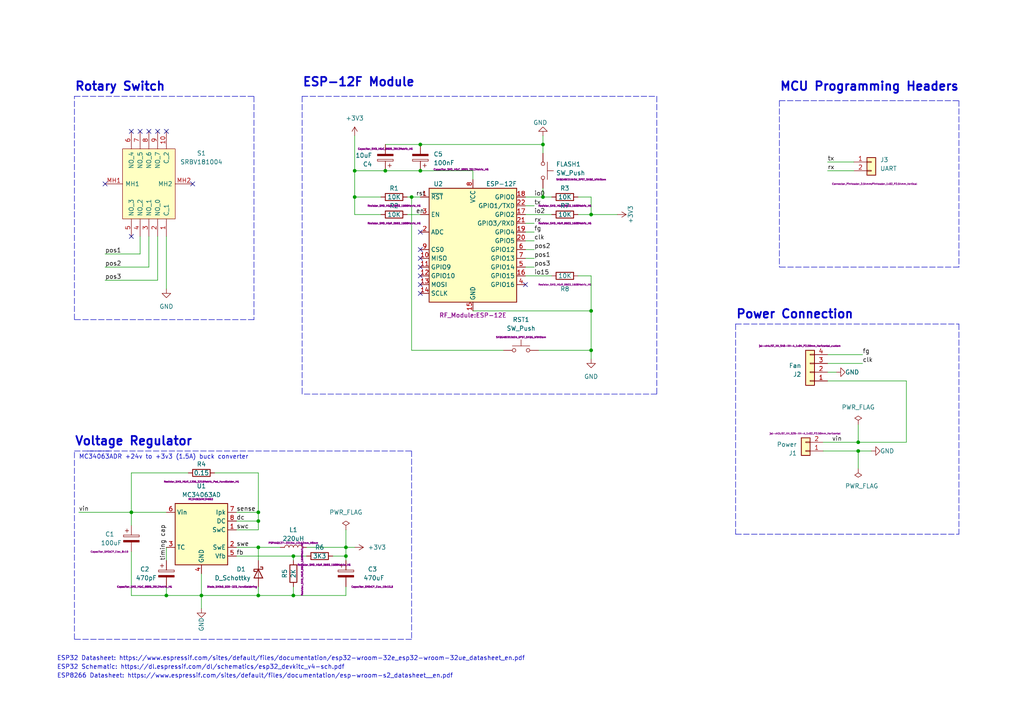
<source format=kicad_sch>
(kicad_sch (version 20211123) (generator eeschema)

  (uuid 3853c195-75c7-4a42-bd0b-7e571b2a78fa)

  (paper "A4")

  (title_block
    (title "Smart Air Purifier - Fornuftig")
    (date "2023-03-13")
    (rev "2.0")
    (company "Designed by Gergo Horvath")
    (comment 1 "Open Source Hardware")
    (comment 2 "ESP8266 for IKEA Förnuftig Air Purifiers")
  )

  (lib_symbols
    (symbol "Connector_Generic:Conn_01x02" (pin_names (offset 1.016) hide) (in_bom yes) (on_board yes)
      (property "Reference" "J" (id 0) (at 0 2.54 0)
        (effects (font (size 1.27 1.27)))
      )
      (property "Value" "Conn_01x02" (id 1) (at 0 -5.08 0)
        (effects (font (size 1.27 1.27)))
      )
      (property "Footprint" "" (id 2) (at 0 0 0)
        (effects (font (size 1.27 1.27)) hide)
      )
      (property "Datasheet" "~" (id 3) (at 0 0 0)
        (effects (font (size 1.27 1.27)) hide)
      )
      (property "ki_keywords" "connector" (id 4) (at 0 0 0)
        (effects (font (size 1.27 1.27)) hide)
      )
      (property "ki_description" "Generic connector, single row, 01x02, script generated (kicad-library-utils/schlib/autogen/connector/)" (id 5) (at 0 0 0)
        (effects (font (size 1.27 1.27)) hide)
      )
      (property "ki_fp_filters" "Connector*:*_1x??_*" (id 6) (at 0 0 0)
        (effects (font (size 1.27 1.27)) hide)
      )
      (symbol "Conn_01x02_1_1"
        (rectangle (start -1.27 -2.413) (end 0 -2.667)
          (stroke (width 0.1524) (type default) (color 0 0 0 0))
          (fill (type none))
        )
        (rectangle (start -1.27 0.127) (end 0 -0.127)
          (stroke (width 0.1524) (type default) (color 0 0 0 0))
          (fill (type none))
        )
        (rectangle (start -1.27 1.27) (end 1.27 -3.81)
          (stroke (width 0.254) (type default) (color 0 0 0 0))
          (fill (type background))
        )
        (pin passive line (at -5.08 0 0) (length 3.81)
          (name "Pin_1" (effects (font (size 1.27 1.27))))
          (number "1" (effects (font (size 1.27 1.27))))
        )
        (pin passive line (at -5.08 -2.54 0) (length 3.81)
          (name "Pin_2" (effects (font (size 1.27 1.27))))
          (number "2" (effects (font (size 1.27 1.27))))
        )
      )
    )
    (symbol "Connector_Generic:Conn_01x04" (pin_names (offset 1.016) hide) (in_bom yes) (on_board yes)
      (property "Reference" "J" (id 0) (at 0 5.08 0)
        (effects (font (size 1.27 1.27)))
      )
      (property "Value" "Conn_01x04" (id 1) (at 0 -7.62 0)
        (effects (font (size 1.27 1.27)))
      )
      (property "Footprint" "" (id 2) (at 0 0 0)
        (effects (font (size 1.27 1.27)) hide)
      )
      (property "Datasheet" "~" (id 3) (at 0 0 0)
        (effects (font (size 1.27 1.27)) hide)
      )
      (property "ki_keywords" "connector" (id 4) (at 0 0 0)
        (effects (font (size 1.27 1.27)) hide)
      )
      (property "ki_description" "Generic connector, single row, 01x04, script generated (kicad-library-utils/schlib/autogen/connector/)" (id 5) (at 0 0 0)
        (effects (font (size 1.27 1.27)) hide)
      )
      (property "ki_fp_filters" "Connector*:*_1x??_*" (id 6) (at 0 0 0)
        (effects (font (size 1.27 1.27)) hide)
      )
      (symbol "Conn_01x04_1_1"
        (rectangle (start -1.27 -4.953) (end 0 -5.207)
          (stroke (width 0.1524) (type default) (color 0 0 0 0))
          (fill (type none))
        )
        (rectangle (start -1.27 -2.413) (end 0 -2.667)
          (stroke (width 0.1524) (type default) (color 0 0 0 0))
          (fill (type none))
        )
        (rectangle (start -1.27 0.127) (end 0 -0.127)
          (stroke (width 0.1524) (type default) (color 0 0 0 0))
          (fill (type none))
        )
        (rectangle (start -1.27 2.667) (end 0 2.413)
          (stroke (width 0.1524) (type default) (color 0 0 0 0))
          (fill (type none))
        )
        (rectangle (start -1.27 3.81) (end 1.27 -6.35)
          (stroke (width 0.254) (type default) (color 0 0 0 0))
          (fill (type background))
        )
        (pin passive line (at -5.08 2.54 0) (length 3.81)
          (name "Pin_1" (effects (font (size 1.27 1.27))))
          (number "1" (effects (font (size 1.27 1.27))))
        )
        (pin passive line (at -5.08 0 0) (length 3.81)
          (name "Pin_2" (effects (font (size 1.27 1.27))))
          (number "2" (effects (font (size 1.27 1.27))))
        )
        (pin passive line (at -5.08 -2.54 0) (length 3.81)
          (name "Pin_3" (effects (font (size 1.27 1.27))))
          (number "3" (effects (font (size 1.27 1.27))))
        )
        (pin passive line (at -5.08 -5.08 0) (length 3.81)
          (name "Pin_4" (effects (font (size 1.27 1.27))))
          (number "4" (effects (font (size 1.27 1.27))))
        )
      )
    )
    (symbol "Device:C_Polarized" (pin_numbers hide) (pin_names (offset 0.254)) (in_bom yes) (on_board yes)
      (property "Reference" "C" (id 0) (at 0.635 2.54 0)
        (effects (font (size 1.27 1.27)) (justify left))
      )
      (property "Value" "C_Polarized" (id 1) (at 0.635 -2.54 0)
        (effects (font (size 1.27 1.27)) (justify left))
      )
      (property "Footprint" "" (id 2) (at 0.9652 -3.81 0)
        (effects (font (size 1.27 1.27)) hide)
      )
      (property "Datasheet" "~" (id 3) (at 0 0 0)
        (effects (font (size 1.27 1.27)) hide)
      )
      (property "ki_keywords" "cap capacitor" (id 4) (at 0 0 0)
        (effects (font (size 1.27 1.27)) hide)
      )
      (property "ki_description" "Polarized capacitor" (id 5) (at 0 0 0)
        (effects (font (size 1.27 1.27)) hide)
      )
      (property "ki_fp_filters" "CP_*" (id 6) (at 0 0 0)
        (effects (font (size 1.27 1.27)) hide)
      )
      (symbol "C_Polarized_0_1"
        (rectangle (start -2.286 0.508) (end 2.286 1.016)
          (stroke (width 0) (type default) (color 0 0 0 0))
          (fill (type none))
        )
        (polyline
          (pts
            (xy -1.778 2.286)
            (xy -0.762 2.286)
          )
          (stroke (width 0) (type default) (color 0 0 0 0))
          (fill (type none))
        )
        (polyline
          (pts
            (xy -1.27 2.794)
            (xy -1.27 1.778)
          )
          (stroke (width 0) (type default) (color 0 0 0 0))
          (fill (type none))
        )
        (rectangle (start 2.286 -0.508) (end -2.286 -1.016)
          (stroke (width 0) (type default) (color 0 0 0 0))
          (fill (type outline))
        )
      )
      (symbol "C_Polarized_1_1"
        (pin passive line (at 0 3.81 270) (length 2.794)
          (name "~" (effects (font (size 1.27 1.27))))
          (number "1" (effects (font (size 1.27 1.27))))
        )
        (pin passive line (at 0 -3.81 90) (length 2.794)
          (name "~" (effects (font (size 1.27 1.27))))
          (number "2" (effects (font (size 1.27 1.27))))
        )
      )
    )
    (symbol "Device:D_Schottky" (pin_numbers hide) (pin_names (offset 1.016) hide) (in_bom yes) (on_board yes)
      (property "Reference" "D" (id 0) (at 0 2.54 0)
        (effects (font (size 1.27 1.27)))
      )
      (property "Value" "D_Schottky" (id 1) (at 0 -2.54 0)
        (effects (font (size 1.27 1.27)))
      )
      (property "Footprint" "" (id 2) (at 0 0 0)
        (effects (font (size 1.27 1.27)) hide)
      )
      (property "Datasheet" "~" (id 3) (at 0 0 0)
        (effects (font (size 1.27 1.27)) hide)
      )
      (property "ki_keywords" "diode Schottky" (id 4) (at 0 0 0)
        (effects (font (size 1.27 1.27)) hide)
      )
      (property "ki_description" "Schottky diode" (id 5) (at 0 0 0)
        (effects (font (size 1.27 1.27)) hide)
      )
      (property "ki_fp_filters" "TO-???* *_Diode_* *SingleDiode* D_*" (id 6) (at 0 0 0)
        (effects (font (size 1.27 1.27)) hide)
      )
      (symbol "D_Schottky_0_1"
        (polyline
          (pts
            (xy 1.27 0)
            (xy -1.27 0)
          )
          (stroke (width 0) (type default) (color 0 0 0 0))
          (fill (type none))
        )
        (polyline
          (pts
            (xy 1.27 1.27)
            (xy 1.27 -1.27)
            (xy -1.27 0)
            (xy 1.27 1.27)
          )
          (stroke (width 0.254) (type default) (color 0 0 0 0))
          (fill (type none))
        )
        (polyline
          (pts
            (xy -1.905 0.635)
            (xy -1.905 1.27)
            (xy -1.27 1.27)
            (xy -1.27 -1.27)
            (xy -0.635 -1.27)
            (xy -0.635 -0.635)
          )
          (stroke (width 0.254) (type default) (color 0 0 0 0))
          (fill (type none))
        )
      )
      (symbol "D_Schottky_1_1"
        (pin passive line (at -3.81 0 0) (length 2.54)
          (name "K" (effects (font (size 1.27 1.27))))
          (number "1" (effects (font (size 1.27 1.27))))
        )
        (pin passive line (at 3.81 0 180) (length 2.54)
          (name "A" (effects (font (size 1.27 1.27))))
          (number "2" (effects (font (size 1.27 1.27))))
        )
      )
    )
    (symbol "Device:L" (pin_numbers hide) (pin_names (offset 1.016) hide) (in_bom yes) (on_board yes)
      (property "Reference" "L" (id 0) (at -1.27 0 90)
        (effects (font (size 1.27 1.27)))
      )
      (property "Value" "L" (id 1) (at 1.905 0 90)
        (effects (font (size 1.27 1.27)))
      )
      (property "Footprint" "" (id 2) (at 0 0 0)
        (effects (font (size 1.27 1.27)) hide)
      )
      (property "Datasheet" "~" (id 3) (at 0 0 0)
        (effects (font (size 1.27 1.27)) hide)
      )
      (property "ki_keywords" "inductor choke coil reactor magnetic" (id 4) (at 0 0 0)
        (effects (font (size 1.27 1.27)) hide)
      )
      (property "ki_description" "Inductor" (id 5) (at 0 0 0)
        (effects (font (size 1.27 1.27)) hide)
      )
      (property "ki_fp_filters" "Choke_* *Coil* Inductor_* L_*" (id 6) (at 0 0 0)
        (effects (font (size 1.27 1.27)) hide)
      )
      (symbol "L_0_1"
        (arc (start 0 -2.54) (mid 0.635 -1.905) (end 0 -1.27)
          (stroke (width 0) (type default) (color 0 0 0 0))
          (fill (type none))
        )
        (arc (start 0 -1.27) (mid 0.635 -0.635) (end 0 0)
          (stroke (width 0) (type default) (color 0 0 0 0))
          (fill (type none))
        )
        (arc (start 0 0) (mid 0.635 0.635) (end 0 1.27)
          (stroke (width 0) (type default) (color 0 0 0 0))
          (fill (type none))
        )
        (arc (start 0 1.27) (mid 0.635 1.905) (end 0 2.54)
          (stroke (width 0) (type default) (color 0 0 0 0))
          (fill (type none))
        )
      )
      (symbol "L_1_1"
        (pin passive line (at 0 3.81 270) (length 1.27)
          (name "1" (effects (font (size 1.27 1.27))))
          (number "1" (effects (font (size 1.27 1.27))))
        )
        (pin passive line (at 0 -3.81 90) (length 1.27)
          (name "2" (effects (font (size 1.27 1.27))))
          (number "2" (effects (font (size 1.27 1.27))))
        )
      )
    )
    (symbol "Device:R" (pin_numbers hide) (pin_names (offset 0)) (in_bom yes) (on_board yes)
      (property "Reference" "R" (id 0) (at 2.032 0 90)
        (effects (font (size 1.27 1.27)))
      )
      (property "Value" "R" (id 1) (at 0 0 90)
        (effects (font (size 1.27 1.27)))
      )
      (property "Footprint" "" (id 2) (at -1.778 0 90)
        (effects (font (size 1.27 1.27)) hide)
      )
      (property "Datasheet" "~" (id 3) (at 0 0 0)
        (effects (font (size 1.27 1.27)) hide)
      )
      (property "ki_keywords" "R res resistor" (id 4) (at 0 0 0)
        (effects (font (size 1.27 1.27)) hide)
      )
      (property "ki_description" "Resistor" (id 5) (at 0 0 0)
        (effects (font (size 1.27 1.27)) hide)
      )
      (property "ki_fp_filters" "R_*" (id 6) (at 0 0 0)
        (effects (font (size 1.27 1.27)) hide)
      )
      (symbol "R_0_1"
        (rectangle (start -1.016 -2.54) (end 1.016 2.54)
          (stroke (width 0.254) (type default) (color 0 0 0 0))
          (fill (type none))
        )
      )
      (symbol "R_1_1"
        (pin passive line (at 0 3.81 270) (length 1.27)
          (name "~" (effects (font (size 1.27 1.27))))
          (number "1" (effects (font (size 1.27 1.27))))
        )
        (pin passive line (at 0 -3.81 90) (length 1.27)
          (name "~" (effects (font (size 1.27 1.27))))
          (number "2" (effects (font (size 1.27 1.27))))
        )
      )
    )
    (symbol "RF_Module:ESP-12F" (in_bom yes) (on_board yes)
      (property "Reference" "U" (id 0) (at -12.7 19.05 0)
        (effects (font (size 1.27 1.27)) (justify left))
      )
      (property "Value" "ESP-12F" (id 1) (at 12.7 19.05 0)
        (effects (font (size 1.27 1.27)) (justify right))
      )
      (property "Footprint" "RF_Module:ESP-12E" (id 2) (at 0 0 0)
        (effects (font (size 1.27 1.27)) hide)
      )
      (property "Datasheet" "http://wiki.ai-thinker.com/_media/esp8266/esp8266_series_modules_user_manual_v1.1.pdf" (id 3) (at -8.89 2.54 0)
        (effects (font (size 1.27 1.27)) hide)
      )
      (property "ki_keywords" "802.11 Wi-Fi" (id 4) (at 0 0 0)
        (effects (font (size 1.27 1.27)) hide)
      )
      (property "ki_description" "802.11 b/g/n Wi-Fi Module" (id 5) (at 0 0 0)
        (effects (font (size 1.27 1.27)) hide)
      )
      (property "ki_fp_filters" "ESP?12*" (id 6) (at 0 0 0)
        (effects (font (size 1.27 1.27)) hide)
      )
      (symbol "ESP-12F_0_1"
        (rectangle (start -12.7 17.78) (end 12.7 -15.24)
          (stroke (width 0.254) (type default) (color 0 0 0 0))
          (fill (type background))
        )
      )
      (symbol "ESP-12F_1_1"
        (pin input line (at -15.24 15.24 0) (length 2.54)
          (name "~{RST}" (effects (font (size 1.27 1.27))))
          (number "1" (effects (font (size 1.27 1.27))))
        )
        (pin bidirectional line (at -15.24 -2.54 0) (length 2.54)
          (name "MISO" (effects (font (size 1.27 1.27))))
          (number "10" (effects (font (size 1.27 1.27))))
        )
        (pin bidirectional line (at -15.24 -5.08 0) (length 2.54)
          (name "GPIO9" (effects (font (size 1.27 1.27))))
          (number "11" (effects (font (size 1.27 1.27))))
        )
        (pin bidirectional line (at -15.24 -7.62 0) (length 2.54)
          (name "GPIO10" (effects (font (size 1.27 1.27))))
          (number "12" (effects (font (size 1.27 1.27))))
        )
        (pin bidirectional line (at -15.24 -10.16 0) (length 2.54)
          (name "MOSI" (effects (font (size 1.27 1.27))))
          (number "13" (effects (font (size 1.27 1.27))))
        )
        (pin bidirectional line (at -15.24 -12.7 0) (length 2.54)
          (name "SCLK" (effects (font (size 1.27 1.27))))
          (number "14" (effects (font (size 1.27 1.27))))
        )
        (pin power_in line (at 0 -17.78 90) (length 2.54)
          (name "GND" (effects (font (size 1.27 1.27))))
          (number "15" (effects (font (size 1.27 1.27))))
        )
        (pin bidirectional line (at 15.24 -7.62 180) (length 2.54)
          (name "GPIO15" (effects (font (size 1.27 1.27))))
          (number "16" (effects (font (size 1.27 1.27))))
        )
        (pin bidirectional line (at 15.24 10.16 180) (length 2.54)
          (name "GPIO2" (effects (font (size 1.27 1.27))))
          (number "17" (effects (font (size 1.27 1.27))))
        )
        (pin bidirectional line (at 15.24 15.24 180) (length 2.54)
          (name "GPIO0" (effects (font (size 1.27 1.27))))
          (number "18" (effects (font (size 1.27 1.27))))
        )
        (pin bidirectional line (at 15.24 5.08 180) (length 2.54)
          (name "GPIO4" (effects (font (size 1.27 1.27))))
          (number "19" (effects (font (size 1.27 1.27))))
        )
        (pin input line (at -15.24 5.08 0) (length 2.54)
          (name "ADC" (effects (font (size 1.27 1.27))))
          (number "2" (effects (font (size 1.27 1.27))))
        )
        (pin bidirectional line (at 15.24 2.54 180) (length 2.54)
          (name "GPIO5" (effects (font (size 1.27 1.27))))
          (number "20" (effects (font (size 1.27 1.27))))
        )
        (pin bidirectional line (at 15.24 7.62 180) (length 2.54)
          (name "GPIO3/RXD" (effects (font (size 1.27 1.27))))
          (number "21" (effects (font (size 1.27 1.27))))
        )
        (pin bidirectional line (at 15.24 12.7 180) (length 2.54)
          (name "GPIO1/TXD" (effects (font (size 1.27 1.27))))
          (number "22" (effects (font (size 1.27 1.27))))
        )
        (pin input line (at -15.24 10.16 0) (length 2.54)
          (name "EN" (effects (font (size 1.27 1.27))))
          (number "3" (effects (font (size 1.27 1.27))))
        )
        (pin bidirectional line (at 15.24 -10.16 180) (length 2.54)
          (name "GPIO16" (effects (font (size 1.27 1.27))))
          (number "4" (effects (font (size 1.27 1.27))))
        )
        (pin bidirectional line (at 15.24 -5.08 180) (length 2.54)
          (name "GPIO14" (effects (font (size 1.27 1.27))))
          (number "5" (effects (font (size 1.27 1.27))))
        )
        (pin bidirectional line (at 15.24 0 180) (length 2.54)
          (name "GPIO12" (effects (font (size 1.27 1.27))))
          (number "6" (effects (font (size 1.27 1.27))))
        )
        (pin bidirectional line (at 15.24 -2.54 180) (length 2.54)
          (name "GPIO13" (effects (font (size 1.27 1.27))))
          (number "7" (effects (font (size 1.27 1.27))))
        )
        (pin power_in line (at 0 20.32 270) (length 2.54)
          (name "VCC" (effects (font (size 1.27 1.27))))
          (number "8" (effects (font (size 1.27 1.27))))
        )
        (pin input line (at -15.24 0 0) (length 2.54)
          (name "CS0" (effects (font (size 1.27 1.27))))
          (number "9" (effects (font (size 1.27 1.27))))
        )
      )
    )
    (symbol "Regulator_Switching:MC34063AD" (in_bom yes) (on_board yes)
      (property "Reference" "U" (id 0) (at -7.62 8.89 0)
        (effects (font (size 1.27 1.27)) (justify left))
      )
      (property "Value" "MC34063AD" (id 1) (at 0 8.89 0)
        (effects (font (size 1.27 1.27)) (justify left))
      )
      (property "Footprint" "Package_SO:SOIC-8_3.9x4.9mm_P1.27mm" (id 2) (at 1.27 -11.43 0)
        (effects (font (size 1.27 1.27)) (justify left) hide)
      )
      (property "Datasheet" "http://www.onsemi.com/pub_link/Collateral/MC34063A-D.PDF" (id 3) (at 12.7 -2.54 0)
        (effects (font (size 1.27 1.27)) hide)
      )
      (property "ki_keywords" "smps buck boost inverting" (id 4) (at 0 0 0)
        (effects (font (size 1.27 1.27)) hide)
      )
      (property "ki_description" "1.5A, step-up/down/inverting switching regulator, 3-40V Vin, 100kHz, SO-8" (id 5) (at 0 0 0)
        (effects (font (size 1.27 1.27)) hide)
      )
      (property "ki_fp_filters" "SOIC*3.9x4.9mm*P1.27mm*" (id 6) (at 0 0 0)
        (effects (font (size 1.27 1.27)) hide)
      )
      (symbol "MC34063AD_0_1"
        (rectangle (start -7.62 7.62) (end 7.62 -10.16)
          (stroke (width 0.254) (type default) (color 0 0 0 0))
          (fill (type background))
        )
      )
      (symbol "MC34063AD_1_1"
        (pin open_collector line (at 10.16 0 180) (length 2.54)
          (name "SwC" (effects (font (size 1.27 1.27))))
          (number "1" (effects (font (size 1.27 1.27))))
        )
        (pin open_emitter line (at 10.16 -5.08 180) (length 2.54)
          (name "SwE" (effects (font (size 1.27 1.27))))
          (number "2" (effects (font (size 1.27 1.27))))
        )
        (pin passive line (at -10.16 -5.08 0) (length 2.54)
          (name "TC" (effects (font (size 1.27 1.27))))
          (number "3" (effects (font (size 1.27 1.27))))
        )
        (pin power_in line (at 0 -12.7 90) (length 2.54)
          (name "GND" (effects (font (size 1.27 1.27))))
          (number "4" (effects (font (size 1.27 1.27))))
        )
        (pin input line (at 10.16 -7.62 180) (length 2.54)
          (name "Vfb" (effects (font (size 1.27 1.27))))
          (number "5" (effects (font (size 1.27 1.27))))
        )
        (pin power_in line (at -10.16 5.08 0) (length 2.54)
          (name "Vin" (effects (font (size 1.27 1.27))))
          (number "6" (effects (font (size 1.27 1.27))))
        )
        (pin input line (at 10.16 5.08 180) (length 2.54)
          (name "Ipk" (effects (font (size 1.27 1.27))))
          (number "7" (effects (font (size 1.27 1.27))))
        )
        (pin open_collector line (at 10.16 2.54 180) (length 2.54)
          (name "DC" (effects (font (size 1.27 1.27))))
          (number "8" (effects (font (size 1.27 1.27))))
        )
      )
    )
    (symbol "SRBV181004_HG:SRBV181004" (pin_names (offset 0.762)) (in_bom yes) (on_board yes)
      (property "Reference" "S1" (id 0) (at 27.94 4.3307 0)
        (effects (font (size 1.27 1.27)))
      )
      (property "Value" "SRBV181004" (id 1) (at 27.94 1.7907 0)
        (effects (font (size 1.27 1.27)))
      )
      (property "Footprint" "SRBV_HG:SRBV141404" (id 2) (at 21.59 10.16 0)
        (effects (font (size 1.27 1.27)) (justify left) hide)
      )
      (property "Datasheet" "https://componentsearchengine.com/Datasheets/1/SRBV181004.pdf" (id 3) (at 21.59 7.62 0)
        (effects (font (size 1.27 1.27)) (justify left) hide)
      )
      (property "Description" "Alps Electric, 8 Position SP8T Rotary Switch, 300 mA, Pc Pin" (id 4) (at 21.59 5.08 0)
        (effects (font (size 1.27 1.27)) (justify left) hide)
      )
      (property "Height" "22.5" (id 5) (at 21.59 2.54 0)
        (effects (font (size 1.27 1.27)) (justify left) hide)
      )
      (property "Manufacturer_Name" "ALPS Electric" (id 6) (at 21.59 0 0)
        (effects (font (size 1.27 1.27)) (justify left) hide)
      )
      (property "Manufacturer_Part_Number" "SRBV181004" (id 7) (at 21.59 -2.54 0)
        (effects (font (size 1.27 1.27)) (justify left) hide)
      )
      (property "Mouser Part Number" "688-SRBV181004" (id 8) (at 21.59 -5.08 0)
        (effects (font (size 1.27 1.27)) (justify left) hide)
      )
      (property "Mouser Price/Stock" "https://www.mouser.co.uk/ProductDetail/Alps-Alpine/SRBV181004?qs=YMSFtX0bdJCnOlZQh4GDrA%3D%3D" (id 9) (at 21.59 -7.62 0)
        (effects (font (size 1.27 1.27)) (justify left) hide)
      )
      (property "Arrow Part Number" "" (id 10) (at 21.59 -10.16 0)
        (effects (font (size 1.27 1.27)) (justify left) hide)
      )
      (property "Arrow Price/Stock" "" (id 11) (at 21.59 -12.7 0)
        (effects (font (size 1.27 1.27)) (justify left) hide)
      )
      (property "Mouser Testing Part Number" "" (id 12) (at 21.59 -15.24 0)
        (effects (font (size 1.27 1.27)) (justify left) hide)
      )
      (property "Mouser Testing Price/Stock" "" (id 13) (at 21.59 -17.78 0)
        (effects (font (size 1.27 1.27)) (justify left) hide)
      )
      (property "ki_description" "Alps Electric, 8 Position SP8T Rotary Switch, 300 mA, Pc Pin" (id 14) (at 0 0 0)
        (effects (font (size 1.27 1.27)) hide)
      )
      (symbol "SRBV181004_0_0"
        (pin passive line (at 17.78 -15.24 90) (length 5.08)
          (name "C_1" (effects (font (size 1.27 1.27))))
          (number "1" (effects (font (size 1.27 1.27))))
        )
        (pin passive line (at 17.78 15.24 270) (length 5.08)
          (name "C_2" (effects (font (size 1.27 1.27))))
          (number "10" (effects (font (size 1.27 1.27))))
        )
        (pin passive line (at 15.24 -15.24 90) (length 5.08)
          (name "NO_0" (effects (font (size 1.27 1.27))))
          (number "2" (effects (font (size 1.27 1.27))))
        )
        (pin passive line (at 12.7 -15.24 90) (length 5.08)
          (name "NO_1" (effects (font (size 1.27 1.27))))
          (number "3" (effects (font (size 1.27 1.27))))
        )
        (pin passive line (at 10.16 -15.24 90) (length 5.08)
          (name "NO_2" (effects (font (size 1.27 1.27))))
          (number "4" (effects (font (size 1.27 1.27))))
        )
        (pin passive line (at 7.62 -15.24 90) (length 5.08)
          (name "NO_3" (effects (font (size 1.27 1.27))))
          (number "5" (effects (font (size 1.27 1.27))))
        )
        (pin passive line (at 7.62 15.24 270) (length 5.08)
          (name "NO_4" (effects (font (size 1.27 1.27))))
          (number "6" (effects (font (size 1.27 1.27))))
        )
        (pin passive line (at 10.16 15.24 270) (length 5.08)
          (name "NO_5" (effects (font (size 1.27 1.27))))
          (number "7" (effects (font (size 1.27 1.27))))
        )
        (pin passive line (at 12.7 15.24 270) (length 5.08)
          (name "NO_6" (effects (font (size 1.27 1.27))))
          (number "8" (effects (font (size 1.27 1.27))))
        )
        (pin passive line (at 15.24 15.24 270) (length 5.08)
          (name "NO_7" (effects (font (size 1.27 1.27))))
          (number "9" (effects (font (size 1.27 1.27))))
        )
        (pin passive line (at 0 0 0) (length 5.08)
          (name "MH1" (effects (font (size 1.27 1.27))))
          (number "MH1" (effects (font (size 1.27 1.27))))
        )
        (pin passive line (at 25.4 0 180) (length 5.08)
          (name "MH2" (effects (font (size 1.27 1.27))))
          (number "MH2" (effects (font (size 1.27 1.27))))
        )
      )
      (symbol "SRBV181004_0_1"
        (polyline
          (pts
            (xy 5.08 10.16)
            (xy 20.32 10.16)
            (xy 20.32 -10.16)
            (xy 5.08 -10.16)
            (xy 5.08 10.16)
          )
          (stroke (width 0.1524) (type default) (color 0 0 0 0))
          (fill (type background))
        )
      )
    )
    (symbol "Switch:SW_Push" (pin_numbers hide) (pin_names (offset 1.016) hide) (in_bom yes) (on_board yes)
      (property "Reference" "SW" (id 0) (at 1.27 2.54 0)
        (effects (font (size 1.27 1.27)) (justify left))
      )
      (property "Value" "SW_Push" (id 1) (at 0 -1.524 0)
        (effects (font (size 1.27 1.27)))
      )
      (property "Footprint" "" (id 2) (at 0 5.08 0)
        (effects (font (size 1.27 1.27)) hide)
      )
      (property "Datasheet" "~" (id 3) (at 0 5.08 0)
        (effects (font (size 1.27 1.27)) hide)
      )
      (property "ki_keywords" "switch normally-open pushbutton push-button" (id 4) (at 0 0 0)
        (effects (font (size 1.27 1.27)) hide)
      )
      (property "ki_description" "Push button switch, generic, two pins" (id 5) (at 0 0 0)
        (effects (font (size 1.27 1.27)) hide)
      )
      (symbol "SW_Push_0_1"
        (circle (center -2.032 0) (radius 0.508)
          (stroke (width 0) (type default) (color 0 0 0 0))
          (fill (type none))
        )
        (polyline
          (pts
            (xy 0 1.27)
            (xy 0 3.048)
          )
          (stroke (width 0) (type default) (color 0 0 0 0))
          (fill (type none))
        )
        (polyline
          (pts
            (xy 2.54 1.27)
            (xy -2.54 1.27)
          )
          (stroke (width 0) (type default) (color 0 0 0 0))
          (fill (type none))
        )
        (circle (center 2.032 0) (radius 0.508)
          (stroke (width 0) (type default) (color 0 0 0 0))
          (fill (type none))
        )
        (pin passive line (at -5.08 0 0) (length 2.54)
          (name "1" (effects (font (size 1.27 1.27))))
          (number "1" (effects (font (size 1.27 1.27))))
        )
        (pin passive line (at 5.08 0 180) (length 2.54)
          (name "2" (effects (font (size 1.27 1.27))))
          (number "2" (effects (font (size 1.27 1.27))))
        )
      )
    )
    (symbol "power:+3V3" (power) (pin_names (offset 0)) (in_bom yes) (on_board yes)
      (property "Reference" "#PWR" (id 0) (at 0 -3.81 0)
        (effects (font (size 1.27 1.27)) hide)
      )
      (property "Value" "+3V3" (id 1) (at 0 3.556 0)
        (effects (font (size 1.27 1.27)))
      )
      (property "Footprint" "" (id 2) (at 0 0 0)
        (effects (font (size 1.27 1.27)) hide)
      )
      (property "Datasheet" "" (id 3) (at 0 0 0)
        (effects (font (size 1.27 1.27)) hide)
      )
      (property "ki_keywords" "power-flag" (id 4) (at 0 0 0)
        (effects (font (size 1.27 1.27)) hide)
      )
      (property "ki_description" "Power symbol creates a global label with name \"+3V3\"" (id 5) (at 0 0 0)
        (effects (font (size 1.27 1.27)) hide)
      )
      (symbol "+3V3_0_1"
        (polyline
          (pts
            (xy -0.762 1.27)
            (xy 0 2.54)
          )
          (stroke (width 0) (type default) (color 0 0 0 0))
          (fill (type none))
        )
        (polyline
          (pts
            (xy 0 0)
            (xy 0 2.54)
          )
          (stroke (width 0) (type default) (color 0 0 0 0))
          (fill (type none))
        )
        (polyline
          (pts
            (xy 0 2.54)
            (xy 0.762 1.27)
          )
          (stroke (width 0) (type default) (color 0 0 0 0))
          (fill (type none))
        )
      )
      (symbol "+3V3_1_1"
        (pin power_in line (at 0 0 90) (length 0) hide
          (name "+3V3" (effects (font (size 1.27 1.27))))
          (number "1" (effects (font (size 1.27 1.27))))
        )
      )
    )
    (symbol "power:GND" (power) (pin_names (offset 0)) (in_bom yes) (on_board yes)
      (property "Reference" "#PWR" (id 0) (at 0 -6.35 0)
        (effects (font (size 1.27 1.27)) hide)
      )
      (property "Value" "GND" (id 1) (at 0 -3.81 0)
        (effects (font (size 1.27 1.27)))
      )
      (property "Footprint" "" (id 2) (at 0 0 0)
        (effects (font (size 1.27 1.27)) hide)
      )
      (property "Datasheet" "" (id 3) (at 0 0 0)
        (effects (font (size 1.27 1.27)) hide)
      )
      (property "ki_keywords" "power-flag" (id 4) (at 0 0 0)
        (effects (font (size 1.27 1.27)) hide)
      )
      (property "ki_description" "Power symbol creates a global label with name \"GND\" , ground" (id 5) (at 0 0 0)
        (effects (font (size 1.27 1.27)) hide)
      )
      (symbol "GND_0_1"
        (polyline
          (pts
            (xy 0 0)
            (xy 0 -1.27)
            (xy 1.27 -1.27)
            (xy 0 -2.54)
            (xy -1.27 -1.27)
            (xy 0 -1.27)
          )
          (stroke (width 0) (type default) (color 0 0 0 0))
          (fill (type none))
        )
      )
      (symbol "GND_1_1"
        (pin power_in line (at 0 0 270) (length 0) hide
          (name "GND" (effects (font (size 1.27 1.27))))
          (number "1" (effects (font (size 1.27 1.27))))
        )
      )
    )
    (symbol "power:PWR_FLAG" (power) (pin_numbers hide) (pin_names (offset 0) hide) (in_bom yes) (on_board yes)
      (property "Reference" "#FLG" (id 0) (at 0 1.905 0)
        (effects (font (size 1.27 1.27)) hide)
      )
      (property "Value" "PWR_FLAG" (id 1) (at 0 3.81 0)
        (effects (font (size 1.27 1.27)))
      )
      (property "Footprint" "" (id 2) (at 0 0 0)
        (effects (font (size 1.27 1.27)) hide)
      )
      (property "Datasheet" "~" (id 3) (at 0 0 0)
        (effects (font (size 1.27 1.27)) hide)
      )
      (property "ki_keywords" "power-flag" (id 4) (at 0 0 0)
        (effects (font (size 1.27 1.27)) hide)
      )
      (property "ki_description" "Special symbol for telling ERC where power comes from" (id 5) (at 0 0 0)
        (effects (font (size 1.27 1.27)) hide)
      )
      (symbol "PWR_FLAG_0_0"
        (pin power_out line (at 0 0 90) (length 0)
          (name "pwr" (effects (font (size 1.27 1.27))))
          (number "1" (effects (font (size 1.27 1.27))))
        )
      )
      (symbol "PWR_FLAG_0_1"
        (polyline
          (pts
            (xy 0 0)
            (xy 0 1.27)
            (xy -1.016 1.905)
            (xy 0 2.54)
            (xy 1.016 1.905)
            (xy 0 1.27)
          )
          (stroke (width 0) (type default) (color 0 0 0 0))
          (fill (type none))
        )
      )
    )
  )


  (junction (at 171.45 101.6) (diameter 0) (color 0 0 0 0)
    (uuid 05ca95ca-7963-4d5a-a485-fd0d3e4b6c98)
  )
  (junction (at 248.92 128.27) (diameter 0) (color 0 0 0 0)
    (uuid 239cbedf-1003-4830-a9a5-53c8cffca5e5)
  )
  (junction (at 100.33 161.29) (diameter 0) (color 0 0 0 0)
    (uuid 2fd4fe06-fa57-4ef0-913f-5c6816ced9ec)
  )
  (junction (at 74.93 158.75) (diameter 0) (color 0 0 0 0)
    (uuid 2ff8e18f-3ac7-45f9-87cc-83a6a3492af9)
  )
  (junction (at 48.26 172.72) (diameter 0) (color 0 0 0 0)
    (uuid 3bf78506-d3c3-42ca-981e-2b73d4cc7c67)
  )
  (junction (at 74.93 172.72) (diameter 0) (color 0 0 0 0)
    (uuid 3e1355e2-c103-4b70-8e82-78518205085e)
  )
  (junction (at 74.93 151.13) (diameter 0) (color 0 0 0 0)
    (uuid 3ef05e3a-045f-4d75-91b1-169004421c79)
  )
  (junction (at 58.42 172.72) (diameter 0) (color 0 0 0 0)
    (uuid 497f692e-d9ca-4627-92af-14a976397075)
  )
  (junction (at 171.45 62.23) (diameter 0) (color 0 0 0 0)
    (uuid 5c7c6115-44c7-43b4-b6d1-34501e488cab)
  )
  (junction (at 119.38 57.15) (diameter 0) (color 0 0 0 0)
    (uuid 6b51369f-18f4-40e9-91d6-7dc479396b75)
  )
  (junction (at 102.87 57.15) (diameter 0) (color 0 0 0 0)
    (uuid 6e23b555-3cf7-4974-a068-43d6a9cf30d9)
  )
  (junction (at 102.87 49.53) (diameter 0) (color 0 0 0 0)
    (uuid 7c6b1968-63f5-45c0-8f35-85435c13ef41)
  )
  (junction (at 38.1 148.59) (diameter 0) (color 0 0 0 0)
    (uuid 7ca84c24-4eee-4716-9f0c-7e7f61bd289e)
  )
  (junction (at 121.92 49.53) (diameter 0) (color 0 0 0 0)
    (uuid 830e4afe-0e54-4b39-a46d-8caaec3d314b)
  )
  (junction (at 111.76 49.53) (diameter 0) (color 0 0 0 0)
    (uuid 8606b35d-0220-45fd-a44d-b6339514a72e)
  )
  (junction (at 248.92 130.81) (diameter 0) (color 0 0 0 0)
    (uuid 88f10dca-790b-448a-978f-975b7e2775d9)
  )
  (junction (at 85.09 161.29) (diameter 0) (color 0 0 0 0)
    (uuid 8bb96ac4-ebc3-41de-8e86-05ae4779bc1b)
  )
  (junction (at 157.48 41.91) (diameter 0) (color 0 0 0 0)
    (uuid c83c8985-0c2b-48f8-960f-6ca3ca3d11fc)
  )
  (junction (at 85.09 172.72) (diameter 0) (color 0 0 0 0)
    (uuid d80ebc96-7780-4026-8e3e-cf7a8289aa39)
  )
  (junction (at 74.93 148.59) (diameter 0) (color 0 0 0 0)
    (uuid dfd426f4-8ec1-4436-b3c0-0d68edf3b6e4)
  )
  (junction (at 171.45 90.17) (diameter 0) (color 0 0 0 0)
    (uuid e8683d33-c2be-4da4-8e12-7c9b384e39be)
  )
  (junction (at 121.92 41.91) (diameter 0) (color 0 0 0 0)
    (uuid f0532410-31d9-43d6-81d2-cece16ecea58)
  )
  (junction (at 157.48 57.15) (diameter 0) (color 0 0 0 0)
    (uuid f1da0993-8f62-4f87-97c7-aa5ee8c676e7)
  )
  (junction (at 100.33 158.75) (diameter 0) (color 0 0 0 0)
    (uuid f4d518b0-61e7-4967-9ac5-21ef7527168b)
  )

  (no_connect (at 121.92 72.39) (uuid 00009615-568e-4a1a-9e11-3409b052e7dc))
  (no_connect (at 121.92 80.01) (uuid 1692c7da-4129-436d-8d56-acbf37de0578))
  (no_connect (at 121.92 74.93) (uuid 1c9412aa-5ae1-4e22-b3f6-4aa5045f8b39))
  (no_connect (at 43.18 38.1) (uuid 2064b2ed-270f-4332-b93e-69c6aa2598d3))
  (no_connect (at 152.4 82.55) (uuid 21c74e0b-b8ae-4db1-bffd-21cd7ce58f28))
  (no_connect (at 55.88 53.34) (uuid 255ddff5-c350-4c3b-8436-36d10541a480))
  (no_connect (at 38.1 38.1) (uuid 258c29e9-64f4-4781-a9f4-722449fd3638))
  (no_connect (at 38.1 68.58) (uuid 2a2e68b6-55e9-4cf0-871d-518c507b6700))
  (no_connect (at 30.48 53.34) (uuid 3874aa1b-9839-45d3-8ad0-ffabe1405f7d))
  (no_connect (at 121.92 77.47) (uuid 4ac83244-8873-47b2-b957-ceb6950936a6))
  (no_connect (at 121.92 67.31) (uuid 65840fbd-92e2-43d0-86ff-3051381a117b))
  (no_connect (at 48.26 38.1) (uuid 665c4840-3384-494c-9499-ac89f068ad83))
  (no_connect (at 121.92 82.55) (uuid 6d9ae5eb-763e-4027-b708-3f69d041a35b))
  (no_connect (at 121.92 85.09) (uuid bb62b0cc-03a7-48b1-9291-208718cb48ff))
  (no_connect (at 45.72 38.1) (uuid cd8298ac-3185-4ba7-97a8-c569ec89349a))
  (no_connect (at 40.64 38.1) (uuid eb672f6d-fe3c-4443-8b35-8480daaf62fb))

  (polyline (pts (xy 213.36 93.98) (xy 213.36 154.94))
    (stroke (width 0) (type default) (color 0 0 0 0))
    (uuid 02cbe543-b440-43c1-ab68-7098284d3627)
  )
  (polyline (pts (xy 87.63 27.94) (xy 190.5 27.94))
    (stroke (width 0) (type default) (color 0 0 0 0))
    (uuid 03444ea1-d250-454f-bb52-2f114e4eace5)
  )
  (polyline (pts (xy 25.4 130.81) (xy 31.75 130.81))
    (stroke (width 0) (type default) (color 0 0 0 0))
    (uuid 0552f7e2-d360-4c69-8b04-8c2c1ecd9069)
  )

  (wire (pts (xy 118.11 57.15) (xy 119.38 57.15))
    (stroke (width 0) (type default) (color 0 0 0 0))
    (uuid 05a2fa7b-1e32-4457-a805-1bc31bda982d)
  )
  (wire (pts (xy 152.4 57.15) (xy 157.48 57.15))
    (stroke (width 0) (type default) (color 0 0 0 0))
    (uuid 078f271f-8dad-40e5-aa59-2b6f9240a5ac)
  )
  (polyline (pts (xy 213.36 93.98) (xy 278.13 93.98))
    (stroke (width 0) (type default) (color 0 0 0 0))
    (uuid 09bc2c53-9f32-4901-912d-fd13bd2c0a2b)
  )

  (wire (pts (xy 48.26 170.18) (xy 48.26 172.72))
    (stroke (width 0) (type default) (color 0 0 0 0))
    (uuid 0cf26465-a8ae-4107-9159-e7be4758567e)
  )
  (wire (pts (xy 152.4 74.93) (xy 154.94 74.93))
    (stroke (width 0) (type default) (color 0 0 0 0))
    (uuid 0d2a30f0-907e-4247-9239-3e025d40e465)
  )
  (polyline (pts (xy 278.13 29.21) (xy 278.13 77.47))
    (stroke (width 0) (type default) (color 0 0 0 0))
    (uuid 0d9f602e-74db-4986-9365-b03f1f54c8ba)
  )

  (wire (pts (xy 240.03 46.99) (xy 247.65 46.99))
    (stroke (width 0) (type default) (color 0 0 0 0))
    (uuid 10982f83-4145-4b67-ae35-ccc1fcd76276)
  )
  (wire (pts (xy 171.45 80.01) (xy 167.64 80.01))
    (stroke (width 0) (type default) (color 0 0 0 0))
    (uuid 138b4536-a0f1-4fa7-8ccf-effddc984591)
  )
  (wire (pts (xy 248.92 123.19) (xy 248.92 128.27))
    (stroke (width 0) (type default) (color 0 0 0 0))
    (uuid 17a67393-8e11-494c-855a-4e41af33f016)
  )
  (wire (pts (xy 171.45 62.23) (xy 179.07 62.23))
    (stroke (width 0) (type default) (color 0 0 0 0))
    (uuid 18cd48fb-c4b9-42c5-b33d-1391ae4bb107)
  )
  (wire (pts (xy 48.26 172.72) (xy 58.42 172.72))
    (stroke (width 0) (type default) (color 0 0 0 0))
    (uuid 1b29f0ec-7e1a-4f62-ad27-85b1abcc80ec)
  )
  (wire (pts (xy 167.64 62.23) (xy 171.45 62.23))
    (stroke (width 0) (type default) (color 0 0 0 0))
    (uuid 1c1f4de6-1a93-4e60-a71c-7644676d487a)
  )
  (wire (pts (xy 152.4 77.47) (xy 154.94 77.47))
    (stroke (width 0) (type default) (color 0 0 0 0))
    (uuid 212b9755-6c03-44fc-a97d-4b2ba1277947)
  )
  (wire (pts (xy 171.45 104.14) (xy 171.45 101.6))
    (stroke (width 0) (type default) (color 0 0 0 0))
    (uuid 22586cb3-c38e-45d1-9501-63b1eb302bd4)
  )
  (wire (pts (xy 152.4 62.23) (xy 160.02 62.23))
    (stroke (width 0) (type default) (color 0 0 0 0))
    (uuid 22588de1-a8e9-4bec-9a5c-6a585f1c71f2)
  )
  (polyline (pts (xy 190.5 27.94) (xy 190.5 114.3))
    (stroke (width 0) (type default) (color 0 0 0 0))
    (uuid 24d6fe01-3148-4b52-81d1-b82740bf67a7)
  )

  (wire (pts (xy 100.33 172.72) (xy 100.33 170.18))
    (stroke (width 0) (type default) (color 0 0 0 0))
    (uuid 253224fa-038b-4e5c-b311-b53d8b1c06e8)
  )
  (wire (pts (xy 43.18 68.58) (xy 43.18 77.47))
    (stroke (width 0) (type default) (color 0 0 0 0))
    (uuid 25429b3b-bf04-4c76-a107-d4a4512a273e)
  )
  (wire (pts (xy 154.94 69.85) (xy 152.4 69.85))
    (stroke (width 0) (type default) (color 0 0 0 0))
    (uuid 266f4b17-b6ce-4a19-a343-2b5d5896b3ee)
  )
  (polyline (pts (xy 73.66 92.71) (xy 21.59 92.71))
    (stroke (width 0) (type default) (color 0 0 0 0))
    (uuid 2b713e60-e2cd-4246-a429-7e93da35ab5b)
  )

  (wire (pts (xy 262.89 110.49) (xy 262.89 128.27))
    (stroke (width 0) (type default) (color 0 0 0 0))
    (uuid 34d0ea06-c9cc-4479-acf8-d87cbadcda6b)
  )
  (wire (pts (xy 250.19 105.41) (xy 240.03 105.41))
    (stroke (width 0) (type default) (color 0 0 0 0))
    (uuid 354c4f6d-4856-40c2-8d25-c5dcbcf798c4)
  )
  (wire (pts (xy 119.38 57.15) (xy 121.92 57.15))
    (stroke (width 0) (type default) (color 0 0 0 0))
    (uuid 3603e604-4cfe-438d-9a18-cd337cb911c1)
  )
  (wire (pts (xy 160.02 57.15) (xy 157.48 57.15))
    (stroke (width 0) (type default) (color 0 0 0 0))
    (uuid 37c51efd-005c-49ca-a0a4-30d04107e45b)
  )
  (wire (pts (xy 248.92 130.81) (xy 248.92 135.89))
    (stroke (width 0) (type default) (color 0 0 0 0))
    (uuid 3c6c3df2-a9b8-42ee-80d4-ae1cc77e42df)
  )
  (wire (pts (xy 38.1 148.59) (xy 38.1 137.16))
    (stroke (width 0) (type default) (color 0 0 0 0))
    (uuid 3c8dd7dd-fa9c-4fc6-9bdb-e2cba0c4d51b)
  )
  (wire (pts (xy 74.93 158.75) (xy 74.93 162.56))
    (stroke (width 0) (type default) (color 0 0 0 0))
    (uuid 3cc63059-99df-4169-8a54-7c6616a1b148)
  )
  (wire (pts (xy 152.4 72.39) (xy 154.94 72.39))
    (stroke (width 0) (type default) (color 0 0 0 0))
    (uuid 3df3e57f-d749-4582-bdb8-f15fa03b9852)
  )
  (wire (pts (xy 40.64 68.58) (xy 40.64 73.66))
    (stroke (width 0) (type default) (color 0 0 0 0))
    (uuid 3f33b65e-d402-4ba4-9727-dda45960d294)
  )
  (wire (pts (xy 137.16 90.17) (xy 171.45 90.17))
    (stroke (width 0) (type default) (color 0 0 0 0))
    (uuid 46cf13fe-8032-4db8-a79d-de8b48b65cbf)
  )
  (wire (pts (xy 30.48 77.47) (xy 43.18 77.47))
    (stroke (width 0) (type default) (color 0 0 0 0))
    (uuid 46e8ace9-a5ee-4920-8ded-71523a83e41d)
  )
  (wire (pts (xy 118.11 62.23) (xy 121.92 62.23))
    (stroke (width 0) (type default) (color 0 0 0 0))
    (uuid 476b40b7-f3e7-4a17-94f2-f8f039ff2d48)
  )
  (wire (pts (xy 74.93 170.18) (xy 74.93 172.72))
    (stroke (width 0) (type default) (color 0 0 0 0))
    (uuid 4b833c82-9325-40ce-a5a6-e2fa33ebb3be)
  )
  (wire (pts (xy 74.93 137.16) (xy 74.93 148.59))
    (stroke (width 0) (type default) (color 0 0 0 0))
    (uuid 4d66e0e1-6782-4981-bb86-dd5c8736bc41)
  )
  (polyline (pts (xy 278.13 93.98) (xy 278.13 154.94))
    (stroke (width 0) (type default) (color 0 0 0 0))
    (uuid 4def80b8-b426-4f94-8bba-a5e68387583d)
  )

  (wire (pts (xy 74.93 158.75) (xy 81.28 158.75))
    (stroke (width 0) (type default) (color 0 0 0 0))
    (uuid 4dff9020-0814-4d35-9354-45c797934723)
  )
  (wire (pts (xy 240.03 107.95) (xy 242.57 107.95))
    (stroke (width 0) (type default) (color 0 0 0 0))
    (uuid 4ed2dbf5-da4e-4ea8-895e-a79849a67098)
  )
  (wire (pts (xy 102.87 57.15) (xy 102.87 62.23))
    (stroke (width 0) (type default) (color 0 0 0 0))
    (uuid 4ef5ef69-7d02-434d-b986-6d66d38efd71)
  )
  (wire (pts (xy 156.21 101.6) (xy 171.45 101.6))
    (stroke (width 0) (type default) (color 0 0 0 0))
    (uuid 4f6b215a-119c-4a1a-bed8-57c3db29d78b)
  )
  (wire (pts (xy 38.1 160.02) (xy 38.1 172.72))
    (stroke (width 0) (type default) (color 0 0 0 0))
    (uuid 50ceb132-69d0-4b0d-bf34-1d648fab53b5)
  )
  (wire (pts (xy 85.09 170.18) (xy 85.09 172.72))
    (stroke (width 0) (type default) (color 0 0 0 0))
    (uuid 5181e439-988b-4408-8a88-3876d33755f3)
  )
  (wire (pts (xy 45.72 68.58) (xy 45.72 81.28))
    (stroke (width 0) (type default) (color 0 0 0 0))
    (uuid 521064af-624f-41df-868d-a21cb19b711b)
  )
  (wire (pts (xy 100.33 153.67) (xy 100.33 158.75))
    (stroke (width 0) (type default) (color 0 0 0 0))
    (uuid 539e9435-c5b3-44e7-973a-3f7483b2d576)
  )
  (wire (pts (xy 157.48 39.37) (xy 157.48 41.91))
    (stroke (width 0) (type default) (color 0 0 0 0))
    (uuid 598e5586-7fcd-4d3d-bfc2-fe5f23c18b22)
  )
  (wire (pts (xy 96.52 161.29) (xy 100.33 161.29))
    (stroke (width 0) (type default) (color 0 0 0 0))
    (uuid 599214f0-112c-40df-8b8a-692466244e0a)
  )
  (polyline (pts (xy 119.38 185.42) (xy 21.59 185.42))
    (stroke (width 0) (type default) (color 0 0 0 0))
    (uuid 5ac6770c-0210-49b2-9602-ae904faedc7b)
  )

  (wire (pts (xy 48.26 158.75) (xy 48.26 162.56))
    (stroke (width 0) (type default) (color 0 0 0 0))
    (uuid 5da81b51-52bf-4750-8638-4c70e8693fe8)
  )
  (wire (pts (xy 102.87 39.37) (xy 102.87 49.53))
    (stroke (width 0) (type default) (color 0 0 0 0))
    (uuid 5e07c988-352c-41ee-aa22-184a78f577c4)
  )
  (polyline (pts (xy 21.59 27.94) (xy 73.66 27.94))
    (stroke (width 0) (type default) (color 0 0 0 0))
    (uuid 5f12c572-5657-47dd-afd7-7d7fa0c21d5b)
  )

  (wire (pts (xy 262.89 128.27) (xy 248.92 128.27))
    (stroke (width 0) (type default) (color 0 0 0 0))
    (uuid 5f518106-b639-42e1-a41c-b9934ed889f0)
  )
  (wire (pts (xy 152.4 64.77) (xy 154.94 64.77))
    (stroke (width 0) (type default) (color 0 0 0 0))
    (uuid 6045181d-50b7-4ab1-8190-d85b3f2f63b2)
  )
  (wire (pts (xy 102.87 158.75) (xy 100.33 158.75))
    (stroke (width 0) (type default) (color 0 0 0 0))
    (uuid 60b18446-11ef-48bb-aa9d-620aee0be877)
  )
  (wire (pts (xy 74.93 172.72) (xy 85.09 172.72))
    (stroke (width 0) (type default) (color 0 0 0 0))
    (uuid 624e7a6b-c1f9-4357-916e-082a65f57156)
  )
  (wire (pts (xy 111.76 49.53) (xy 121.92 49.53))
    (stroke (width 0) (type default) (color 0 0 0 0))
    (uuid 639a420e-9dc5-4552-9045-63f7d7b2079a)
  )
  (wire (pts (xy 110.49 62.23) (xy 102.87 62.23))
    (stroke (width 0) (type default) (color 0 0 0 0))
    (uuid 6cf5f65f-2b26-4827-95d8-582c3876ed65)
  )
  (polyline (pts (xy 278.13 77.47) (xy 226.06 77.47))
    (stroke (width 0) (type default) (color 0 0 0 0))
    (uuid 6eeb701b-ec0d-48d8-90cc-0d36217b434f)
  )

  (wire (pts (xy 68.58 158.75) (xy 74.93 158.75))
    (stroke (width 0) (type default) (color 0 0 0 0))
    (uuid 718acbb8-711e-40b3-a8ee-d780f71b7e15)
  )
  (polyline (pts (xy 226.06 29.21) (xy 226.06 77.47))
    (stroke (width 0) (type default) (color 0 0 0 0))
    (uuid 7279e039-63f5-457c-aab0-3ddeb18dc3e7)
  )

  (wire (pts (xy 100.33 158.75) (xy 100.33 161.29))
    (stroke (width 0) (type default) (color 0 0 0 0))
    (uuid 74efa25a-644d-44e0-91a0-26f3bb381520)
  )
  (wire (pts (xy 240.03 110.49) (xy 262.89 110.49))
    (stroke (width 0) (type default) (color 0 0 0 0))
    (uuid 755ee4a2-14e2-4277-b3c6-e134461b1d4a)
  )
  (wire (pts (xy 250.19 102.87) (xy 240.03 102.87))
    (stroke (width 0) (type default) (color 0 0 0 0))
    (uuid 7885fda6-b6af-4102-bbe8-a94e0f3799fa)
  )
  (wire (pts (xy 74.93 151.13) (xy 74.93 153.67))
    (stroke (width 0) (type default) (color 0 0 0 0))
    (uuid 78d672d8-00c1-4aca-99be-ec2af45f880c)
  )
  (polyline (pts (xy 226.06 29.21) (xy 278.13 29.21))
    (stroke (width 0) (type default) (color 0 0 0 0))
    (uuid 7a509c19-02dc-4408-9fea-9daa180b4760)
  )
  (polyline (pts (xy 21.59 185.42) (xy 21.59 130.81))
    (stroke (width 0) (type default) (color 0 0 0 0))
    (uuid 7aa2069e-4123-4528-91e9-254b2bd3fdd4)
  )

  (wire (pts (xy 240.03 49.53) (xy 247.65 49.53))
    (stroke (width 0) (type default) (color 0 0 0 0))
    (uuid 7e3b8e6f-3532-4589-8cd1-c3b7a1b68a32)
  )
  (wire (pts (xy 171.45 90.17) (xy 171.45 80.01))
    (stroke (width 0) (type default) (color 0 0 0 0))
    (uuid 80bde4a7-ee7b-438c-9fe6-8925752cc716)
  )
  (wire (pts (xy 167.64 57.15) (xy 171.45 57.15))
    (stroke (width 0) (type default) (color 0 0 0 0))
    (uuid 81857f9b-40af-4a82-ab8a-8ea2eb2bd092)
  )
  (wire (pts (xy 74.93 148.59) (xy 74.93 151.13))
    (stroke (width 0) (type default) (color 0 0 0 0))
    (uuid 82107599-2cb2-40e1-8a51-46cc4ddca8ef)
  )
  (polyline (pts (xy 73.66 27.94) (xy 73.66 92.71))
    (stroke (width 0) (type default) (color 0 0 0 0))
    (uuid 84a552dc-026d-43e9-841c-8d0541d2d097)
  )

  (wire (pts (xy 102.87 49.53) (xy 111.76 49.53))
    (stroke (width 0) (type default) (color 0 0 0 0))
    (uuid 86ea4ed3-2958-40f0-ad93-465bf6c95129)
  )
  (wire (pts (xy 121.92 49.53) (xy 137.16 49.53))
    (stroke (width 0) (type default) (color 0 0 0 0))
    (uuid 89e91c86-c20e-40f5-98e4-eb99cafbe67e)
  )
  (wire (pts (xy 85.09 161.29) (xy 85.09 162.56))
    (stroke (width 0) (type default) (color 0 0 0 0))
    (uuid 8a62814b-f42d-4eb3-90a5-620b4112787a)
  )
  (wire (pts (xy 30.48 81.28) (xy 45.72 81.28))
    (stroke (width 0) (type default) (color 0 0 0 0))
    (uuid 8dc7d553-0ce1-4343-bb3b-546123edc796)
  )
  (wire (pts (xy 157.48 54.61) (xy 157.48 57.15))
    (stroke (width 0) (type default) (color 0 0 0 0))
    (uuid 8eb5cc58-c10d-45ea-bc30-042fbecc9cd5)
  )
  (wire (pts (xy 38.1 148.59) (xy 48.26 148.59))
    (stroke (width 0) (type default) (color 0 0 0 0))
    (uuid 90df861c-e53b-4b81-847e-1717c6c97620)
  )
  (wire (pts (xy 38.1 148.59) (xy 38.1 152.4))
    (stroke (width 0) (type default) (color 0 0 0 0))
    (uuid 9131cd3a-c333-4510-8a89-d0663b63d301)
  )
  (wire (pts (xy 102.87 57.15) (xy 110.49 57.15))
    (stroke (width 0) (type default) (color 0 0 0 0))
    (uuid 94f31cdc-9ebe-4bd8-b2f1-a1dd7fb741c4)
  )
  (polyline (pts (xy 119.38 130.81) (xy 119.38 185.42))
    (stroke (width 0) (type default) (color 0 0 0 0))
    (uuid 965aeaa5-4112-406a-8beb-3e0fe14255c2)
  )
  (polyline (pts (xy 87.63 27.94) (xy 87.63 114.3))
    (stroke (width 0) (type default) (color 0 0 0 0))
    (uuid 97262551-f8e3-4392-8592-b7d1cc4fec9c)
  )

  (wire (pts (xy 119.38 101.6) (xy 146.05 101.6))
    (stroke (width 0) (type default) (color 0 0 0 0))
    (uuid 980ecb83-0bb6-4d3f-b319-4f049053f008)
  )
  (wire (pts (xy 171.45 57.15) (xy 171.45 62.23))
    (stroke (width 0) (type default) (color 0 0 0 0))
    (uuid 9929d743-9c79-4ed5-b857-f8cbdc7ad6f6)
  )
  (wire (pts (xy 137.16 49.53) (xy 137.16 52.07))
    (stroke (width 0) (type default) (color 0 0 0 0))
    (uuid 9d328a6d-9acd-4bd1-a0d2-658fae03526c)
  )
  (wire (pts (xy 152.4 59.69) (xy 154.94 59.69))
    (stroke (width 0) (type default) (color 0 0 0 0))
    (uuid a7bc6bc2-ae25-4351-8a1a-bf6461987bc3)
  )
  (wire (pts (xy 85.09 172.72) (xy 100.33 172.72))
    (stroke (width 0) (type default) (color 0 0 0 0))
    (uuid b05477b1-1b0d-44dd-a75a-653f15196541)
  )
  (wire (pts (xy 74.93 148.59) (xy 68.58 148.59))
    (stroke (width 0) (type default) (color 0 0 0 0))
    (uuid b160753f-4a86-40dc-8a48-25bcc14718da)
  )
  (wire (pts (xy 171.45 90.17) (xy 171.45 101.6))
    (stroke (width 0) (type default) (color 0 0 0 0))
    (uuid b199d414-f1a1-46e2-9073-d6e4adc877e8)
  )
  (wire (pts (xy 248.92 128.27) (xy 238.76 128.27))
    (stroke (width 0) (type default) (color 0 0 0 0))
    (uuid b7a591e5-bdac-4acc-adde-df9e121a0a75)
  )
  (wire (pts (xy 58.42 172.72) (xy 58.42 176.53))
    (stroke (width 0) (type default) (color 0 0 0 0))
    (uuid b8e1cabe-b3f5-4644-9bdd-7324f28550a1)
  )
  (wire (pts (xy 238.76 130.81) (xy 248.92 130.81))
    (stroke (width 0) (type default) (color 0 0 0 0))
    (uuid b9af6806-f2a9-4f93-b33c-9b4fc82fbeb3)
  )
  (polyline (pts (xy 213.36 154.94) (xy 278.13 154.94))
    (stroke (width 0) (type default) (color 0 0 0 0))
    (uuid bd35aa4a-55a5-4364-8484-48966c1f700f)
  )

  (wire (pts (xy 38.1 137.16) (xy 54.61 137.16))
    (stroke (width 0) (type default) (color 0 0 0 0))
    (uuid c3d38040-88e8-446a-83a5-4a6eb15af199)
  )
  (wire (pts (xy 30.48 73.66) (xy 40.64 73.66))
    (stroke (width 0) (type default) (color 0 0 0 0))
    (uuid c700ff0f-c259-4549-9814-a1e37e6387bc)
  )
  (wire (pts (xy 62.23 137.16) (xy 74.93 137.16))
    (stroke (width 0) (type default) (color 0 0 0 0))
    (uuid c7ed8b5b-f683-45e8-93ec-5af2f449e271)
  )
  (wire (pts (xy 121.92 41.91) (xy 157.48 41.91))
    (stroke (width 0) (type default) (color 0 0 0 0))
    (uuid c7eeb539-dfc5-4cbf-bb56-83b468cc5dd7)
  )
  (wire (pts (xy 100.33 161.29) (xy 100.33 162.56))
    (stroke (width 0) (type default) (color 0 0 0 0))
    (uuid c8c7ef5c-0841-4a4a-9a8b-98cbf607db2b)
  )
  (polyline (pts (xy 21.59 130.81) (xy 119.38 130.81))
    (stroke (width 0) (type default) (color 0 0 0 0))
    (uuid c8f5e41e-1448-468d-b32c-3653b0a9904b)
  )

  (wire (pts (xy 22.86 148.59) (xy 38.1 148.59))
    (stroke (width 0) (type default) (color 0 0 0 0))
    (uuid cadc0107-c4cc-4866-9f1c-724b353d9e1d)
  )
  (wire (pts (xy 58.42 166.37) (xy 58.42 172.72))
    (stroke (width 0) (type default) (color 0 0 0 0))
    (uuid cfe99b36-2024-4ed5-8eb4-ddb507029ff3)
  )
  (polyline (pts (xy 21.59 92.71) (xy 21.59 27.94))
    (stroke (width 0) (type default) (color 0 0 0 0))
    (uuid d3687eca-a9cd-41aa-bb66-7bd4955b428b)
  )

  (wire (pts (xy 88.9 161.29) (xy 85.09 161.29))
    (stroke (width 0) (type default) (color 0 0 0 0))
    (uuid d41c2c3c-2640-47e9-9c82-4b814cf6dba2)
  )
  (wire (pts (xy 119.38 57.15) (xy 119.38 101.6))
    (stroke (width 0) (type default) (color 0 0 0 0))
    (uuid d63a9dbc-b15a-49c0-9950-c7a4446c19e4)
  )
  (wire (pts (xy 88.9 158.75) (xy 100.33 158.75))
    (stroke (width 0) (type default) (color 0 0 0 0))
    (uuid d788e6cb-ddde-45d7-970b-11c980409587)
  )
  (wire (pts (xy 111.76 41.91) (xy 121.92 41.91))
    (stroke (width 0) (type default) (color 0 0 0 0))
    (uuid d80716b4-5cc3-4562-9fa6-3e1ef54a7b18)
  )
  (wire (pts (xy 48.26 68.58) (xy 48.26 83.82))
    (stroke (width 0) (type default) (color 0 0 0 0))
    (uuid d8aa26c5-4a93-4526-8b4c-3fe134b2384d)
  )
  (polyline (pts (xy 190.5 114.3) (xy 87.63 114.3))
    (stroke (width 0) (type default) (color 0 0 0 0))
    (uuid e04a6107-24ac-456c-bbd3-c371b52957a6)
  )

  (wire (pts (xy 74.93 151.13) (xy 68.58 151.13))
    (stroke (width 0) (type default) (color 0 0 0 0))
    (uuid e25ae40d-3037-4a21-9a49-1d759ace9bee)
  )
  (wire (pts (xy 154.94 67.31) (xy 152.4 67.31))
    (stroke (width 0) (type default) (color 0 0 0 0))
    (uuid e468c036-6f12-45d5-9fe0-661b8e4bd813)
  )
  (wire (pts (xy 38.1 172.72) (xy 48.26 172.72))
    (stroke (width 0) (type default) (color 0 0 0 0))
    (uuid e65530ab-bbff-4e71-9b99-d26a5adce8e3)
  )
  (wire (pts (xy 252.73 130.81) (xy 248.92 130.81))
    (stroke (width 0) (type default) (color 0 0 0 0))
    (uuid e6b19c42-7d69-47f9-949a-9e6a5e1d8026)
  )
  (wire (pts (xy 157.48 41.91) (xy 157.48 44.45))
    (stroke (width 0) (type default) (color 0 0 0 0))
    (uuid e7b8d8fd-84aa-49c6-94d1-4ef8e50e35a4)
  )
  (wire (pts (xy 74.93 153.67) (xy 68.58 153.67))
    (stroke (width 0) (type default) (color 0 0 0 0))
    (uuid ebae6734-56c8-4a11-b058-a3cabd6a28cb)
  )
  (wire (pts (xy 68.58 161.29) (xy 85.09 161.29))
    (stroke (width 0) (type default) (color 0 0 0 0))
    (uuid f07dda72-9069-4947-8625-9c91ee3d6ee5)
  )
  (wire (pts (xy 102.87 49.53) (xy 102.87 57.15))
    (stroke (width 0) (type default) (color 0 0 0 0))
    (uuid f457e59f-0ba1-4b26-95a9-294f6703cbbc)
  )
  (wire (pts (xy 152.4 80.01) (xy 160.02 80.01))
    (stroke (width 0) (type default) (color 0 0 0 0))
    (uuid f5afe65c-6f78-4966-bf7d-734ee3a7ea3b)
  )
  (wire (pts (xy 58.42 172.72) (xy 74.93 172.72))
    (stroke (width 0) (type default) (color 0 0 0 0))
    (uuid f9da01b4-5fed-46e7-bfb3-105f3051c276)
  )

  (text "Rotary Switch\n" (at 21.59 26.67 0)
    (effects (font (size 2.5 2.5) (thickness 0.5) bold) (justify left bottom))
    (uuid 3079aa86-a406-4d6c-bb83-ee2828c4643d)
  )
  (text "ESP32 Schematic: https://dl.espressif.com/dl/schematics/esp32_devkitc_v4-sch.pdf"
    (at 16.51 194.31 0)
    (effects (font (size 1.27 1.27)) (justify left bottom))
    (uuid 45a19554-d942-48f0-ae7e-0c0d4a491036)
  )
  (text "MC34063ADR +24v to +3v3 (1.5A) buck converter" (at 22.86 133.35 0)
    (effects (font (size 1.27 1.27)) (justify left bottom))
    (uuid 84b2e839-0dda-40f0-ac1f-07d4f00e37d1)
  )
  (text "ESP-12F Module\n" (at 87.63 25.4 0)
    (effects (font (size 2.5 2.5) (thickness 0.5) bold) (justify left bottom))
    (uuid bf9d6da8-40ce-4abb-9c29-042c15141128)
  )
  (text "ESP8266 Datasheet: https://www.espressif.com/sites/default/files/documentation/esp-wroom-s2_datasheet__en.pdf"
    (at 16.51 196.85 0)
    (effects (font (size 1.27 1.27)) (justify left bottom))
    (uuid c9d5e46b-3c6d-444e-8745-81fc186417fc)
  )
  (text "ESP32 Datasheet: https://www.espressif.com/sites/default/files/documentation/esp32-wroom-32e_esp32-wroom-32ue_datasheet_en.pdf"
    (at 16.51 191.77 0)
    (effects (font (size 1.27 1.27)) (justify left bottom))
    (uuid cf00c214-f3a4-405a-b1a1-4d9fc5af70f6)
  )
  (text "MCU Programming Headers" (at 226.06 26.67 0)
    (effects (font (size 2.5 2.5) (thickness 0.5) bold) (justify left bottom))
    (uuid e039b55e-250a-4d4a-ace9-8be7c0f9d927)
  )
  (text "Power Connection" (at 213.36 92.71 0)
    (effects (font (size 2.5 2.5) (thickness 0.5) bold) (justify left bottom))
    (uuid f009fd81-551b-4812-b8ba-947e8896b1cc)
  )
  (text "Voltage Regulator" (at 21.59 129.54 0)
    (effects (font (size 2.5 2.5) bold) (justify left bottom))
    (uuid fe07f030-149e-4bd0-8b72-c2ccc5d139a3)
  )

  (label "fg" (at 154.94 67.31 0)
    (effects (font (size 1.27 1.27)) (justify left bottom))
    (uuid 02ff7d44-1c3f-47ea-9911-dd0dae5926cc)
  )
  (label "swe" (at 68.58 158.75 0)
    (effects (font (size 1.27 1.27)) (justify left bottom))
    (uuid 0a761ce7-ddc8-49b2-80d2-93b0a4cbdaad)
  )
  (label "rx" (at 240.03 49.53 0)
    (effects (font (size 1.27 1.27)) (justify left bottom))
    (uuid 0f5344c8-1756-4c5f-abee-343c20a6f0df)
  )
  (label "dc" (at 68.58 151.13 0)
    (effects (font (size 1.27 1.27)) (justify left bottom))
    (uuid 1d0c0534-6d2a-4ef2-bcf1-0b73876a50b8)
  )
  (label "pos2" (at 30.48 77.47 0)
    (effects (font (size 1.27 1.27)) (justify left bottom))
    (uuid 3436ff73-9860-4d94-91df-e49c2c813d33)
  )
  (label "sense" (at 68.58 148.59 0)
    (effects (font (size 1.27 1.27)) (justify left bottom))
    (uuid 36100353-dae3-48b7-a06e-1ad34c656dfe)
  )
  (label "rx" (at 154.94 64.77 0)
    (effects (font (size 1.27 1.27)) (justify left bottom))
    (uuid 55defca6-28d9-40b1-8faa-22230ee42fc0)
  )
  (label "pos1" (at 30.48 73.66 0)
    (effects (font (size 1.27 1.27)) (justify left bottom))
    (uuid 58843ff0-4847-455b-bd13-daf80dc35f7a)
  )
  (label "tx" (at 154.94 59.69 0)
    (effects (font (size 1.27 1.27)) (justify left bottom))
    (uuid 66097552-aa0f-4263-b567-17931ddf03a6)
  )
  (label "tx" (at 240.03 46.99 0)
    (effects (font (size 1.27 1.27)) (justify left bottom))
    (uuid 6c7a67f5-a480-4275-a75e-b07832da2088)
  )
  (label "pos3" (at 154.94 77.47 0)
    (effects (font (size 1.27 1.27)) (justify left bottom))
    (uuid 6e4a1c18-c05e-4005-a5e7-6e76c892caa4)
  )
  (label "swc" (at 68.58 153.67 0)
    (effects (font (size 1.27 1.27)) (justify left bottom))
    (uuid 6ebde4a8-47f6-4f46-8d74-91df4082d638)
  )
  (label "pos3" (at 30.48 81.28 0)
    (effects (font (size 1.27 1.27)) (justify left bottom))
    (uuid 8e6a49fe-00d8-4ba9-8495-aa9a0e2ad73c)
  )
  (label "io0" (at 154.94 57.15 0)
    (effects (font (size 1.27 1.27)) (justify left bottom))
    (uuid 90c22c51-3a5b-46bb-80d4-18cfae0cdfd0)
  )
  (label "io15" (at 154.94 80.01 0)
    (effects (font (size 1.27 1.27)) (justify left bottom))
    (uuid 95ae2e5d-2938-4f5b-afc5-85b07d3df771)
  )
  (label "en" (at 120.65 62.23 0)
    (effects (font (size 1.27 1.27)) (justify left bottom))
    (uuid 9756c2a9-d565-44dc-a456-a0db8e6ee14f)
  )
  (label "vin" (at 22.86 148.59 0)
    (effects (font (size 1.27 1.27)) (justify left bottom))
    (uuid adec075a-8ec4-41eb-896c-06efd08011c6)
  )
  (label "pos2" (at 154.94 72.39 0)
    (effects (font (size 1.27 1.27)) (justify left bottom))
    (uuid afcb27e3-5583-4622-9233-5effbe6b3893)
  )
  (label "clk" (at 154.94 69.85 0)
    (effects (font (size 1.27 1.27)) (justify left bottom))
    (uuid bb573a51-c5f7-45af-ab83-3c1520b5f0ba)
  )
  (label "rst" (at 120.65 57.15 0)
    (effects (font (size 1.27 1.27)) (justify left bottom))
    (uuid c816c85d-7df6-45fe-b3fd-5275e535b17e)
  )
  (label "fb" (at 68.58 161.29 0)
    (effects (font (size 1.27 1.27)) (justify left bottom))
    (uuid cd9cdb7b-f496-4f7a-9381-2ec00273f109)
  )
  (label "pos1" (at 154.94 74.93 0)
    (effects (font (size 1.27 1.27)) (justify left bottom))
    (uuid db59c140-656b-45aa-8773-f8c0e75c1d41)
  )
  (label "vin" (at 241.3 128.27 0)
    (effects (font (size 1.27 1.27)) (justify left bottom))
    (uuid e556117f-caad-44c8-96f9-84d6375d2157)
  )
  (label "fg" (at 250.19 102.87 0)
    (effects (font (size 1.27 1.27)) (justify left bottom))
    (uuid f16c4e36-57b9-4f39-996f-66c6ba94cbcd)
  )
  (label "clk" (at 250.19 105.41 0)
    (effects (font (size 1.27 1.27)) (justify left bottom))
    (uuid f7927384-6fae-4509-a3a1-c9585bc5a63d)
  )
  (label "timing cap" (at 48.26 162.56 90)
    (effects (font (size 1.27 1.27)) (justify left bottom))
    (uuid fd406938-7e19-40d1-ab2a-82fcf6bf97b6)
  )
  (label "io2" (at 154.94 62.23 0)
    (effects (font (size 1.27 1.27)) (justify left bottom))
    (uuid fd8d94f1-ec69-4aa9-9a9a-3debc01afba6)
  )

  (symbol (lib_id "Switch:SW_Push") (at 151.13 101.6 0) (unit 1)
    (in_bom yes) (on_board yes)
    (uuid 0873f4ac-41af-4a06-a247-4125e560a753)
    (property "Reference" "RST1" (id 0) (at 151.13 92.71 0))
    (property "Value" "SW_Push" (id 1) (at 151.13 95.25 0))
    (property "Footprint" "SKQGABE010:SW_SPST_SKQG_WithStem" (id 2) (at 151.13 97.79 0)
      (effects (font (size 0.5 0.5)))
    )
    (property "Datasheet" "~" (id 3) (at 151.13 96.52 0)
      (effects (font (size 1.27 1.27)) hide)
    )
    (property "LCSC" "C318884" (id 4) (at 151.13 101.6 0)
      (effects (font (size 1.27 1.27)) hide)
    )
    (pin "1" (uuid a115abba-c2fa-4ca5-a905-fed5d11a1063))
    (pin "2" (uuid 2b7e5d73-eb6d-43e3-b956-b4d58f77bbe4))
  )

  (symbol (lib_id "power:+3V3") (at 102.87 158.75 270) (unit 1)
    (in_bom yes) (on_board yes) (fields_autoplaced)
    (uuid 0d194a1f-ef0f-47e9-a672-aca62e6e341b)
    (property "Reference" "#PWR0105" (id 0) (at 99.06 158.75 0)
      (effects (font (size 1.27 1.27)) hide)
    )
    (property "Value" "+3V3" (id 1) (at 106.68 158.7499 90)
      (effects (font (size 1.27 1.27)) (justify left))
    )
    (property "Footprint" "" (id 2) (at 102.87 158.75 0)
      (effects (font (size 1.27 1.27)) hide)
    )
    (property "Datasheet" "" (id 3) (at 102.87 158.75 0)
      (effects (font (size 1.27 1.27)) hide)
    )
    (pin "1" (uuid dea07bb5-9f29-4221-a684-6a65753d883e))
  )

  (symbol (lib_id "RF_Module:ESP-12F") (at 137.16 72.39 0) (unit 1)
    (in_bom yes) (on_board yes)
    (uuid 1e4f2025-6469-486d-bd76-7e77267d8122)
    (property "Reference" "U2" (id 0) (at 125.73 53.34 0)
      (effects (font (size 1.27 1.27)) (justify left))
    )
    (property "Value" "ESP-12F" (id 1) (at 140.97 53.34 0)
      (effects (font (size 1.27 1.27)) (justify left))
    )
    (property "Footprint" "RF_Module:ESP-12E" (id 2) (at 137.16 91.44 0))
    (property "Datasheet" "http://wiki.ai-thinker.com/_media/esp8266/esp8266_series_modules_user_manual_v1.1.pdf" (id 3) (at 128.27 69.85 0)
      (effects (font (size 1.27 1.27)) hide)
    )
    (property "LCSC" "C82891" (id 4) (at 137.16 72.39 0)
      (effects (font (size 1.27 1.27)) hide)
    )
    (pin "1" (uuid 0bda0096-6cc8-409d-91e1-af303305e472))
    (pin "10" (uuid 3d496dfa-544f-4a54-95af-6d3b66969bbc))
    (pin "11" (uuid 4951fb8d-d9f7-429d-8fa3-2c9fb41f0950))
    (pin "12" (uuid 3baecf14-6ede-411b-a295-18ee55f7ff5e))
    (pin "13" (uuid 4dddd675-bbe8-438e-9369-47f6167c8733))
    (pin "14" (uuid 8816a6de-6248-41cf-8472-a7e2e02f357b))
    (pin "15" (uuid f4a438e6-a844-473d-8633-da8c185a434c))
    (pin "16" (uuid eb8acf2e-1c62-438b-8433-97e53d72db3c))
    (pin "17" (uuid 794e72c6-17fb-4d4d-805e-7a0111333b42))
    (pin "18" (uuid c1121d2f-f4a3-4234-a8a5-d7cb9ad2a9eb))
    (pin "19" (uuid 323533c6-6790-41ce-8539-92132288f36c))
    (pin "2" (uuid b483491b-c908-4107-93f7-a416a4880fea))
    (pin "20" (uuid cee1f402-a125-4b2b-88db-a9f617b6b3cd))
    (pin "21" (uuid e545481f-03b5-4ce2-937c-72d9155e201d))
    (pin "22" (uuid 5b43e8b8-f69d-403f-a260-dec4b8a5cc1c))
    (pin "3" (uuid 95c7e2f3-8f0f-4ab7-90aa-4e239351e779))
    (pin "4" (uuid 7b7b778c-9057-4456-b7b7-6eaf314096c8))
    (pin "5" (uuid aa063312-1cd3-4fbf-b2e5-58ea164243fd))
    (pin "6" (uuid 4c91b4e5-d536-4d12-8777-25d18d3c3197))
    (pin "7" (uuid 3e894b82-cd79-405f-baef-31edd26b093a))
    (pin "8" (uuid 3b9875df-842d-454b-87af-dfb2aa89cc4c))
    (pin "9" (uuid bd5e302a-7ca9-4832-b5b5-a3bff20350e1))
  )

  (symbol (lib_id "Device:D_Schottky") (at 74.93 166.37 270) (unit 1)
    (in_bom yes) (on_board yes)
    (uuid 29027e4b-c4c8-4234-a284-b46b69dfd25c)
    (property "Reference" "D1" (id 0) (at 68.58 165.1 90)
      (effects (font (size 1.27 1.27)) (justify left))
    )
    (property "Value" "D_Schottky" (id 1) (at 62.23 167.64 90)
      (effects (font (size 1.27 1.27)) (justify left))
    )
    (property "Footprint" "Diode_SMD:D_SOD-323_HandSoldering" (id 2) (at 67.31 170.18 90)
      (effects (font (size 0.5 0.5)))
    )
    (property "Datasheet" "https://datasheet.lcsc.com/lcsc/2204281430_Guangdong-Hottech-1N5819WS_C191023.pdf" (id 3) (at 74.93 166.37 0)
      (effects (font (size 1.27 1.27)) hide)
    )
    (property "LCSC" "C191023" (id 4) (at 74.93 166.37 0)
      (effects (font (size 1.27 1.27)) hide)
    )
    (pin "1" (uuid a5b243fb-6812-42eb-87a6-75a3c3a3b49e))
    (pin "2" (uuid 614f07a6-91c0-481a-9cb1-32376f30eb71))
  )

  (symbol (lib_id "power:GND") (at 252.73 130.81 90) (mirror x) (unit 1)
    (in_bom yes) (on_board yes)
    (uuid 2e545969-f210-4bd4-a8df-1391ad6c6a2f)
    (property "Reference" "#PWR0101" (id 0) (at 259.08 130.81 0)
      (effects (font (size 1.27 1.27)) hide)
    )
    (property "Value" "GND" (id 1) (at 255.27 130.81 90)
      (effects (font (size 1.27 1.27)) (justify right))
    )
    (property "Footprint" "" (id 2) (at 252.73 130.81 0)
      (effects (font (size 1.27 1.27)) hide)
    )
    (property "Datasheet" "" (id 3) (at 252.73 130.81 0)
      (effects (font (size 1.27 1.27)) hide)
    )
    (pin "1" (uuid fcb19e40-c8eb-448a-9fa3-aa2f81f39657))
  )

  (symbol (lib_id "power:GND") (at 242.57 107.95 90) (mirror x) (unit 1)
    (in_bom yes) (on_board yes)
    (uuid 348a4615-8e39-4021-9edd-0083e429095c)
    (property "Reference" "#PWR0102" (id 0) (at 248.92 107.95 0)
      (effects (font (size 1.27 1.27)) hide)
    )
    (property "Value" "GND" (id 1) (at 245.11 107.95 90)
      (effects (font (size 1.27 1.27)) (justify right))
    )
    (property "Footprint" "" (id 2) (at 242.57 107.95 0)
      (effects (font (size 1.27 1.27)) hide)
    )
    (property "Datasheet" "" (id 3) (at 242.57 107.95 0)
      (effects (font (size 1.27 1.27)) hide)
    )
    (pin "1" (uuid eb774ed2-64e9-49e3-83f7-219c44918087))
  )

  (symbol (lib_id "power:GND") (at 58.42 176.53 0) (mirror y) (unit 1)
    (in_bom yes) (on_board yes)
    (uuid 36f9b4b5-2991-44c4-8695-e364d4396482)
    (property "Reference" "#PWR0107" (id 0) (at 58.42 182.88 0)
      (effects (font (size 1.27 1.27)) hide)
    )
    (property "Value" "GND" (id 1) (at 58.42 179.07 90)
      (effects (font (size 1.27 1.27)) (justify right))
    )
    (property "Footprint" "" (id 2) (at 58.42 176.53 0)
      (effects (font (size 1.27 1.27)) hide)
    )
    (property "Datasheet" "" (id 3) (at 58.42 176.53 0)
      (effects (font (size 1.27 1.27)) hide)
    )
    (pin "1" (uuid 9c25e073-6d98-44d6-a17e-727e94deccd1))
  )

  (symbol (lib_id "Device:C_Polarized") (at 121.92 45.72 180) (unit 1)
    (in_bom yes) (on_board yes) (fields_autoplaced)
    (uuid 3cfacc6a-1e1e-4ae2-b4a3-01344d5401a6)
    (property "Reference" "C5" (id 0) (at 125.73 44.7039 0)
      (effects (font (size 1.27 1.27)) (justify right))
    )
    (property "Value" "100nF" (id 1) (at 125.73 47.2439 0)
      (effects (font (size 1.27 1.27)) (justify right))
    )
    (property "Footprint" "Capacitor_SMD_HG:C_0805_2012Metric_HG" (id 2) (at 125.73 49.149 0)
      (effects (font (size 0.5 0.5)) (justify right))
    )
    (property "Datasheet" "~" (id 3) (at 121.92 45.72 0)
      (effects (font (size 1.27 1.27)) hide)
    )
    (property "LCSC" "C28233" (id 4) (at 121.92 45.72 0)
      (effects (font (size 1.27 1.27)) hide)
    )
    (pin "1" (uuid 9962f938-722d-4882-8345-a35530cdfe91))
    (pin "2" (uuid 3fd30090-cabb-44d3-91e4-09386c127e01))
  )

  (symbol (lib_id "Device:R") (at 163.83 57.15 90) (unit 1)
    (in_bom yes) (on_board yes)
    (uuid 3dfa239f-d396-469c-99eb-3eb9c92ffefc)
    (property "Reference" "R3" (id 0) (at 163.83 54.61 90))
    (property "Value" "10K" (id 1) (at 163.83 57.15 90))
    (property "Footprint" "Resistor_SMD_HG:R_0603_1608Metric_HG" (id 2) (at 163.83 59.69 90)
      (effects (font (size 0.5 0.5)))
    )
    (property "Datasheet" "~" (id 3) (at 163.83 57.15 0)
      (effects (font (size 1.27 1.27)) hide)
    )
    (property "LCSC" "C25804" (id 4) (at 163.83 57.15 0)
      (effects (font (size 1.27 1.27)) hide)
    )
    (pin "1" (uuid 2d148cc9-c933-4d0c-b0cb-11622ae2b6c8))
    (pin "2" (uuid bd102448-385f-44e6-8cf7-9a580414fc89))
  )

  (symbol (lib_id "power:PWR_FLAG") (at 100.33 153.67 0) (unit 1)
    (in_bom yes) (on_board yes) (fields_autoplaced)
    (uuid 417b2ee8-7933-4dba-85a5-738209a2d062)
    (property "Reference" "#FLG0101" (id 0) (at 100.33 151.765 0)
      (effects (font (size 1.27 1.27)) hide)
    )
    (property "Value" "PWR_FLAG" (id 1) (at 100.33 148.59 0))
    (property "Footprint" "" (id 2) (at 100.33 153.67 0)
      (effects (font (size 1.27 1.27)) hide)
    )
    (property "Datasheet" "~" (id 3) (at 100.33 153.67 0)
      (effects (font (size 1.27 1.27)) hide)
    )
    (pin "1" (uuid 03c1e0c4-51e0-43ea-9de0-a3fbe708302e))
  )

  (symbol (lib_id "Connector_Generic:Conn_01x04") (at 234.95 107.95 180) (unit 1)
    (in_bom yes) (on_board yes)
    (uuid 48b6e0b1-aabb-4fb1-a0a0-5a48e1df1d10)
    (property "Reference" "J2" (id 0) (at 232.41 108.5851 0)
      (effects (font (size 1.27 1.27)) (justify left))
    )
    (property "Value" "Fan" (id 1) (at 232.41 106.0451 0)
      (effects (font (size 1.27 1.27)) (justify left))
    )
    (property "Footprint" "jst-xh4:JST_XH_S4B-XH-A_1x04_P2.50mm_Horizontal_custom" (id 2) (at 243.84 100.33 0)
      (effects (font (size 0.5 0.5)) (justify left))
    )
    (property "Datasheet" "~" (id 3) (at 234.95 107.95 0)
      (effects (font (size 1.27 1.27)) hide)
    )
    (pin "1" (uuid 9ecf2ada-9da8-42d5-b411-fe337b8ca5c6))
    (pin "2" (uuid 504571f8-06e1-4119-a7c5-035056522d8e))
    (pin "3" (uuid 2297bf99-4430-4c4d-9e01-dad37e6f3a7a))
    (pin "4" (uuid 5d43aca3-18b2-43c8-94a3-2cbbf299e4ec))
  )

  (symbol (lib_id "Switch:SW_Push") (at 157.48 49.53 270) (unit 1)
    (in_bom yes) (on_board yes) (fields_autoplaced)
    (uuid 48ffaca7-5225-4ce1-b9cf-c932835764ec)
    (property "Reference" "FLASH1" (id 0) (at 161.29 47.6249 90)
      (effects (font (size 1.27 1.27)) (justify left))
    )
    (property "Value" "SW_Push" (id 1) (at 161.29 50.1649 90)
      (effects (font (size 1.27 1.27)) (justify left))
    )
    (property "Footprint" "SKQGABE010:SW_SPST_SKQG_WithStem" (id 2) (at 161.29 52.07 90)
      (effects (font (size 0.5 0.5)) (justify left))
    )
    (property "Datasheet" "~" (id 3) (at 162.56 49.53 0)
      (effects (font (size 1.27 1.27)) hide)
    )
    (property "LCSC" "C318884" (id 4) (at 157.48 49.53 90)
      (effects (font (size 1.27 1.27)) hide)
    )
    (pin "1" (uuid 2dd66fa9-ef75-402c-9679-ee00cf3e2d1b))
    (pin "2" (uuid 617f6136-ce7c-462a-9c66-256f2c9cd53e))
  )

  (symbol (lib_id "Device:R") (at 163.83 62.23 90) (unit 1)
    (in_bom yes) (on_board yes)
    (uuid 4afb3d90-10f2-4294-9152-b71e67308d7e)
    (property "Reference" "R7" (id 0) (at 163.83 59.69 90))
    (property "Value" "10K" (id 1) (at 163.83 62.23 90))
    (property "Footprint" "Resistor_SMD_HG:R_0603_1608Metric_HG" (id 2) (at 163.83 64.77 90)
      (effects (font (size 0.5 0.5)))
    )
    (property "Datasheet" "~" (id 3) (at 163.83 62.23 0)
      (effects (font (size 1.27 1.27)) hide)
    )
    (property "LCSC" "C25804" (id 4) (at 163.83 62.23 0)
      (effects (font (size 1.27 1.27)) hide)
    )
    (pin "1" (uuid 0cb8b01a-f3c1-4154-a0f3-a1f5cdc5d24f))
    (pin "2" (uuid c58d49ae-1715-4cd8-a6d7-84db089253ee))
  )

  (symbol (lib_id "SRBV181004_HG:SRBV181004") (at 30.48 53.34 0) (unit 1)
    (in_bom yes) (on_board yes)
    (uuid 4eeaba88-e4ea-4448-80d5-648051eda196)
    (property "Reference" "S1" (id 0) (at 58.42 44.45 0))
    (property "Value" "SRBV181004" (id 1) (at 58.42 46.99 0))
    (property "Footprint" "SRBV_HG:SRBV141404" (id 2) (at 52.07 43.18 0)
      (effects (font (size 1.27 1.27)) (justify left) hide)
    )
    (property "Datasheet" "https://componentsearchengine.com/Datasheets/1/SRBV181004.pdf" (id 3) (at 52.07 45.72 0)
      (effects (font (size 1.27 1.27)) (justify left) hide)
    )
    (property "Description" "Alps Electric, 8 Position SP8T Rotary Switch, 300 mA, Pc Pin" (id 4) (at 52.07 48.26 0)
      (effects (font (size 1.27 1.27)) (justify left) hide)
    )
    (property "Height" "22.5" (id 5) (at 52.07 50.8 0)
      (effects (font (size 1.27 1.27)) (justify left) hide)
    )
    (property "Manufacturer_Name" "ALPS Electric" (id 6) (at 52.07 53.34 0)
      (effects (font (size 1.27 1.27)) (justify left) hide)
    )
    (property "Manufacturer_Part_Number" "SRBV181004" (id 7) (at 52.07 55.88 0)
      (effects (font (size 1.27 1.27)) (justify left) hide)
    )
    (property "Mouser Part Number" "688-SRBV181004" (id 8) (at 52.07 58.42 0)
      (effects (font (size 1.27 1.27)) (justify left) hide)
    )
    (property "Mouser Price/Stock" "https://www.mouser.co.uk/ProductDetail/Alps-Alpine/SRBV181004?qs=YMSFtX0bdJCnOlZQh4GDrA%3D%3D" (id 9) (at 52.07 60.96 0)
      (effects (font (size 1.27 1.27)) (justify left) hide)
    )
    (property "Arrow Part Number" "" (id 10) (at 52.07 63.5 0)
      (effects (font (size 1.27 1.27)) (justify left) hide)
    )
    (property "Arrow Price/Stock" "" (id 11) (at 52.07 66.04 0)
      (effects (font (size 1.27 1.27)) (justify left) hide)
    )
    (property "Mouser Testing Part Number" "" (id 12) (at 52.07 68.58 0)
      (effects (font (size 1.27 1.27)) (justify left) hide)
    )
    (property "Mouser Testing Price/Stock" "" (id 13) (at 52.07 71.12 0)
      (effects (font (size 1.27 1.27)) (justify left) hide)
    )
    (pin "1" (uuid 99aa6638-8910-4e2a-9c71-3a2e0beaf3cb))
    (pin "10" (uuid c675155b-5ff1-4b7a-b5c5-ad19355c12b5))
    (pin "2" (uuid 30219d3c-1df1-491d-827f-b03236bda091))
    (pin "3" (uuid c8cbe475-a541-4de9-93aa-c739dcea3aca))
    (pin "4" (uuid 3033a3a9-4c44-4bcc-b9e5-12cf3557dda6))
    (pin "5" (uuid 07b79037-48c0-49d9-a8f0-fab5c216142e))
    (pin "6" (uuid 47fbf81d-7468-4c69-aba7-0a7a228eb698))
    (pin "7" (uuid d95dc1c6-0193-4bca-961d-a91a10f60cd7))
    (pin "8" (uuid 786bbbcf-ac46-48c5-b4ba-8ae51f61904e))
    (pin "9" (uuid d68c88a3-2412-4e70-9933-7fe8a41de63f))
    (pin "MH1" (uuid d656e9e2-ba33-483c-8249-8c3d1e3c1163))
    (pin "MH2" (uuid 2688325d-9021-42fe-87e6-4f67f94db263))
  )

  (symbol (lib_id "Connector_Generic:Conn_01x02") (at 252.73 46.99 0) (unit 1)
    (in_bom yes) (on_board yes)
    (uuid 60e667fb-a980-4da7-9ba7-8bd8d33f536d)
    (property "Reference" "J3" (id 0) (at 255.27 46.3549 0)
      (effects (font (size 1.27 1.27)) (justify left))
    )
    (property "Value" "UART" (id 1) (at 255.27 48.8949 0)
      (effects (font (size 1.27 1.27)) (justify left))
    )
    (property "Footprint" "Connector_PinHeader_2.54mm:PinHeader_1x02_P2.54mm_Vertical" (id 2) (at 241.3 53.34 0)
      (effects (font (size 0.5 0.5)) (justify left))
    )
    (property "Datasheet" "~" (id 3) (at 252.73 46.99 0)
      (effects (font (size 1.27 1.27)) hide)
    )
    (pin "1" (uuid b2f6a189-bb39-4dfe-a27d-253bb879fd7d))
    (pin "2" (uuid 26f8801b-27a5-4c44-ba6c-ee27a5906fe0))
  )

  (symbol (lib_id "Regulator_Switching:MC34063AD") (at 58.42 153.67 0) (unit 1)
    (in_bom yes) (on_board yes)
    (uuid 63322883-bc25-48f8-89b2-ddcf23148cbb)
    (property "Reference" "U1" (id 0) (at 58.42 140.97 0))
    (property "Value" "MC34063AD" (id 1) (at 58.42 143.51 0))
    (property "Footprint" "MC34063:MC34063" (id 2) (at 54.61 144.78 0)
      (effects (font (size 0.5 0.5)) (justify left))
    )
    (property "Datasheet" "http://www.onsemi.com/pub_link/Collateral/MC34063A-D.PDF" (id 3) (at 71.12 156.21 0)
      (effects (font (size 1.27 1.27)) hide)
    )
    (property "LCSC" "C32078" (id 4) (at 58.42 153.67 0)
      (effects (font (size 1.27 1.27)) hide)
    )
    (pin "1" (uuid 4f469c8a-52d4-42cb-bf8c-cf6cef22f185))
    (pin "2" (uuid b4ea3d7e-a84a-4c44-8e74-658970afc8c7))
    (pin "3" (uuid 92fea708-23d1-41a1-ad7a-97b1ebc6b4e0))
    (pin "4" (uuid b5fb8caf-dfd0-49c8-8c95-71a0207661a5))
    (pin "5" (uuid a2274b0b-afa8-46ef-8c38-6549ea05bdd2))
    (pin "6" (uuid 675cc4b7-4419-45b6-9708-00b8a8bbb672))
    (pin "7" (uuid 6cb7eb9e-7fed-4b7b-a856-3a167ab6a8cb))
    (pin "8" (uuid 1e5e7c3b-03d7-42df-bac3-b7452c01010f))
  )

  (symbol (lib_id "Device:C_Polarized") (at 111.76 45.72 180) (unit 1)
    (in_bom yes) (on_board yes)
    (uuid 65984a62-9511-43c7-8f30-9476c0cae897)
    (property "Reference" "C4" (id 0) (at 107.95 47.6251 0)
      (effects (font (size 1.27 1.27)) (justify left))
    )
    (property "Value" "10uF" (id 1) (at 107.95 45.0851 0)
      (effects (font (size 1.27 1.27)) (justify left))
    )
    (property "Footprint" "Capacitor_SMD_HG:C_0805_2012Metric_HG" (id 2) (at 111.76 43.18 0)
      (effects (font (size 0.5 0.5)))
    )
    (property "Datasheet" "~" (id 3) (at 111.76 45.72 0)
      (effects (font (size 1.27 1.27)) hide)
    )
    (property "LCSC" "C15850" (id 4) (at 111.76 45.72 0)
      (effects (font (size 1.27 1.27)) hide)
    )
    (pin "1" (uuid 72fb6614-23e7-42fc-936a-659bf511ec53))
    (pin "2" (uuid fd6f1a6d-d239-46de-bde4-f26088524213))
  )

  (symbol (lib_id "Device:R") (at 114.3 62.23 90) (unit 1)
    (in_bom yes) (on_board yes)
    (uuid 68725a17-2947-4c09-89cb-49b0f0953254)
    (property "Reference" "R2" (id 0) (at 114.3 59.69 90))
    (property "Value" "10K" (id 1) (at 114.3 62.23 90))
    (property "Footprint" "Resistor_SMD_HG:R_0603_1608Metric_HG" (id 2) (at 114.3 64.77 90)
      (effects (font (size 0.5 0.5)))
    )
    (property "Datasheet" "~" (id 3) (at 114.3 62.23 0)
      (effects (font (size 1.27 1.27)) hide)
    )
    (property "LCSC" "C25804" (id 4) (at 114.3 62.23 0)
      (effects (font (size 1.27 1.27)) hide)
    )
    (pin "1" (uuid 31cb28fb-5319-4b63-bfe4-fa8f19d927da))
    (pin "2" (uuid 9e27b9ba-f9bc-4503-8423-88b48dbbeefe))
  )

  (symbol (lib_id "Device:C_Polarized") (at 48.26 166.37 0) (unit 1)
    (in_bom yes) (on_board yes)
    (uuid 82144b01-829d-42ee-923d-16c3b12c4451)
    (property "Reference" "C2" (id 0) (at 40.64 165.1 0)
      (effects (font (size 1.27 1.27)) (justify left))
    )
    (property "Value" "470pF" (id 1) (at 39.37 167.64 0)
      (effects (font (size 1.27 1.27)) (justify left))
    )
    (property "Footprint" "Capacitor_SMD_HG:C_0805_2012Metric_HG" (id 2) (at 41.91 170.18 0)
      (effects (font (size 0.5 0.5)))
    )
    (property "Datasheet" "~" (id 3) (at 48.26 166.37 0)
      (effects (font (size 1.27 1.27)) hide)
    )
    (property "LCSC" "C1743" (id 4) (at 48.26 166.37 0)
      (effects (font (size 1.27 1.27)) hide)
    )
    (pin "1" (uuid 4011632a-fdb5-4aa2-afe7-c508cb5c0fa2))
    (pin "2" (uuid 55432fe8-3401-453b-9323-33eedfe27012))
  )

  (symbol (lib_id "power:GND") (at 157.48 39.37 0) (mirror x) (unit 1)
    (in_bom yes) (on_board yes)
    (uuid 8a51a233-d70b-4e60-a854-c0c8aa7312fb)
    (property "Reference" "#PWR0108" (id 0) (at 157.48 33.02 0)
      (effects (font (size 1.27 1.27)) hide)
    )
    (property "Value" "GND" (id 1) (at 158.75 35.56 0)
      (effects (font (size 1.27 1.27)) (justify right))
    )
    (property "Footprint" "" (id 2) (at 157.48 39.37 0)
      (effects (font (size 1.27 1.27)) hide)
    )
    (property "Datasheet" "" (id 3) (at 157.48 39.37 0)
      (effects (font (size 1.27 1.27)) hide)
    )
    (pin "1" (uuid 4f611b72-3344-4e90-800f-41b588b18a2d))
  )

  (symbol (lib_id "Device:L") (at 85.09 158.75 90) (unit 1)
    (in_bom yes) (on_board yes)
    (uuid 8ec4e1bc-a376-434c-bda3-337e4c539286)
    (property "Reference" "L1" (id 0) (at 85.09 153.67 90))
    (property "Value" "220uH" (id 1) (at 85.09 156.21 90))
    (property "Footprint" "PSPHAQ127-221M:L_12x12mm_H8mm" (id 2) (at 85.09 157.48 90)
      (effects (font (size 0.5 0.5)))
    )
    (property "Datasheet" "~" (id 3) (at 85.09 158.75 0)
      (effects (font (size 1.27 1.27)) hide)
    )
    (property "LCSC" "C10151" (id 4) (at 85.09 158.75 0)
      (effects (font (size 1.27 1.27)) hide)
    )
    (pin "1" (uuid 322879c5-860f-4f8b-a646-e53b49784e44))
    (pin "2" (uuid afacfdb9-ac00-47e7-b195-e1307432d8cb))
  )

  (symbol (lib_id "Device:R") (at 114.3 57.15 90) (unit 1)
    (in_bom yes) (on_board yes)
    (uuid 8fb9e2a0-3d36-4e7d-925f-5af24d9119b3)
    (property "Reference" "R1" (id 0) (at 114.3 54.61 90))
    (property "Value" "10K" (id 1) (at 114.3 57.15 90))
    (property "Footprint" "Resistor_SMD_HG:R_0603_1608Metric_HG" (id 2) (at 114.3 59.69 90)
      (effects (font (size 0.5 0.5)))
    )
    (property "Datasheet" "~" (id 3) (at 114.3 57.15 0)
      (effects (font (size 1.27 1.27)) hide)
    )
    (property "LCSC" "C25804" (id 4) (at 114.3 57.15 0)
      (effects (font (size 1.27 1.27)) hide)
    )
    (pin "1" (uuid a4dae35b-2f56-413c-a54d-869cef4bb10f))
    (pin "2" (uuid f4b3d4b3-165b-4953-b837-5266731f2bfb))
  )

  (symbol (lib_id "power:GND") (at 171.45 104.14 0) (unit 1)
    (in_bom yes) (on_board yes) (fields_autoplaced)
    (uuid 9158e30c-5a63-40db-b3ee-a3e6d4368304)
    (property "Reference" "#PWR0104" (id 0) (at 171.45 110.49 0)
      (effects (font (size 1.27 1.27)) hide)
    )
    (property "Value" "GND" (id 1) (at 171.45 109.22 0))
    (property "Footprint" "" (id 2) (at 171.45 104.14 0)
      (effects (font (size 1.27 1.27)) hide)
    )
    (property "Datasheet" "" (id 3) (at 171.45 104.14 0)
      (effects (font (size 1.27 1.27)) hide)
    )
    (pin "1" (uuid f0f5c637-2dd1-4587-bbd1-56f5d83c532b))
  )

  (symbol (lib_id "Connector_Generic:Conn_01x02") (at 233.68 130.81 180) (unit 1)
    (in_bom yes) (on_board yes)
    (uuid 97b819d6-2203-4c25-b8b5-275336675a0e)
    (property "Reference" "J1" (id 0) (at 231.14 131.4451 0)
      (effects (font (size 1.27 1.27)) (justify left))
    )
    (property "Value" "Power" (id 1) (at 231.14 128.9051 0)
      (effects (font (size 1.27 1.27)) (justify left))
    )
    (property "Footprint" "jst-xh2:JST_XH_S2B-XH-A_1x02_P2.50mm_Horizontal" (id 2) (at 243.84 125.73 0)
      (effects (font (size 0.5 0.5)) (justify left))
    )
    (property "Datasheet" "~" (id 3) (at 233.68 130.81 0)
      (effects (font (size 1.27 1.27)) hide)
    )
    (pin "1" (uuid 181ca4ae-aae1-4630-9718-912fec1dee8d))
    (pin "2" (uuid 9601dbf7-fc3d-409a-a401-340af780cc48))
  )

  (symbol (lib_id "power:PWR_FLAG") (at 248.92 123.19 0) (unit 1)
    (in_bom yes) (on_board yes) (fields_autoplaced)
    (uuid 9d2ec548-b4b3-4d2a-9aff-828326817717)
    (property "Reference" "#FLG0103" (id 0) (at 248.92 121.285 0)
      (effects (font (size 1.27 1.27)) hide)
    )
    (property "Value" "PWR_FLAG" (id 1) (at 248.92 118.11 0))
    (property "Footprint" "" (id 2) (at 248.92 123.19 0)
      (effects (font (size 1.27 1.27)) hide)
    )
    (property "Datasheet" "~" (id 3) (at 248.92 123.19 0)
      (effects (font (size 1.27 1.27)) hide)
    )
    (pin "1" (uuid 92aecd43-9eee-4b53-993c-022409269815))
  )

  (symbol (lib_id "Device:R") (at 85.09 166.37 180) (unit 1)
    (in_bom yes) (on_board yes)
    (uuid a1bf80b9-758a-4cc3-a54f-6692d697fcb4)
    (property "Reference" "R5" (id 0) (at 82.55 166.37 90))
    (property "Value" "2K" (id 1) (at 85.09 166.37 90))
    (property "Footprint" "Resistor_SMD_HG:R_0603_1608Metric_HG" (id 2) (at 87.63 165.1 90)
      (effects (font (size 0.5 0.5)))
    )
    (property "Datasheet" "~" (id 3) (at 85.09 166.37 0)
      (effects (font (size 1.27 1.27)) hide)
    )
    (property "LCSC" "C22975" (id 4) (at 85.09 166.37 0)
      (effects (font (size 1.27 1.27)) hide)
    )
    (pin "1" (uuid b866a50c-7ebc-48c0-a3e6-f39857c0699e))
    (pin "2" (uuid 66db7968-f7e1-4459-9987-39d17a6bafaf))
  )

  (symbol (lib_id "power:PWR_FLAG") (at 248.92 135.89 180) (unit 1)
    (in_bom yes) (on_board yes)
    (uuid a26125a6-23bc-4dac-89c7-13c40a635670)
    (property "Reference" "#FLG0102" (id 0) (at 248.92 137.795 0)
      (effects (font (size 1.27 1.27)) hide)
    )
    (property "Value" "PWR_FLAG" (id 1) (at 245.11 140.97 0)
      (effects (font (size 1.27 1.27)) (justify right))
    )
    (property "Footprint" "" (id 2) (at 248.92 135.89 0)
      (effects (font (size 1.27 1.27)) hide)
    )
    (property "Datasheet" "~" (id 3) (at 248.92 135.89 0)
      (effects (font (size 1.27 1.27)) hide)
    )
    (pin "1" (uuid a8284a0b-89ab-48f7-b472-279293a27ece))
  )

  (symbol (lib_id "power:+3V3") (at 102.87 39.37 0) (unit 1)
    (in_bom yes) (on_board yes) (fields_autoplaced)
    (uuid a72b3f00-aab3-42d0-806d-46b8b8b47143)
    (property "Reference" "#PWR0106" (id 0) (at 102.87 43.18 0)
      (effects (font (size 1.27 1.27)) hide)
    )
    (property "Value" "+3V3" (id 1) (at 102.87 34.29 0))
    (property "Footprint" "" (id 2) (at 102.87 39.37 0)
      (effects (font (size 1.27 1.27)) hide)
    )
    (property "Datasheet" "" (id 3) (at 102.87 39.37 0)
      (effects (font (size 1.27 1.27)) hide)
    )
    (pin "1" (uuid e65a98f0-da5d-4cdc-ba46-98b24221eacb))
  )

  (symbol (lib_id "Device:R") (at 92.71 161.29 90) (unit 1)
    (in_bom yes) (on_board yes)
    (uuid b3750eaa-86f4-4d4c-ad14-7651c9f1a4e5)
    (property "Reference" "R6" (id 0) (at 92.71 158.75 90))
    (property "Value" "3K3" (id 1) (at 92.71 161.29 90))
    (property "Footprint" "Resistor_SMD_HG:R_0603_1608Metric_HG" (id 2) (at 93.98 163.83 90)
      (effects (font (size 0.5 0.5)))
    )
    (property "Datasheet" "~" (id 3) (at 92.71 161.29 0)
      (effects (font (size 1.27 1.27)) hide)
    )
    (property "LCSC" "C22978" (id 4) (at 92.71 161.29 0)
      (effects (font (size 1.27 1.27)) hide)
    )
    (pin "1" (uuid 9c165aa3-4dbf-435b-9f14-702722de0b7f))
    (pin "2" (uuid 870d2bfa-34d9-4dee-85d1-1d2fcee6d88b))
  )

  (symbol (lib_id "Device:C_Polarized") (at 100.33 166.37 0) (unit 1)
    (in_bom yes) (on_board yes)
    (uuid bf5aa57b-229c-4eca-b6b6-ff560d12a224)
    (property "Reference" "C3" (id 0) (at 106.68 165.1 0)
      (effects (font (size 1.27 1.27)) (justify left))
    )
    (property "Value" "470uF" (id 1) (at 105.41 167.64 0)
      (effects (font (size 1.27 1.27)) (justify left))
    )
    (property "Footprint" "Capacitor_SMD:CP_Elec_10x10.5" (id 2) (at 107.95 170.18 0)
      (effects (font (size 0.5 0.5)))
    )
    (property "Datasheet" "~" (id 3) (at 100.33 166.37 0)
      (effects (font (size 1.27 1.27)) hide)
    )
    (property "LCSC" "C72518" (id 4) (at 100.33 166.37 0)
      (effects (font (size 1.27 1.27)) hide)
    )
    (pin "1" (uuid 529dcddb-96c4-4afd-b3b9-87bfb9e451e1))
    (pin "2" (uuid f55aaebc-e643-48a5-ad0d-373940945c06))
  )

  (symbol (lib_id "power:GND") (at 48.26 83.82 0) (unit 1)
    (in_bom yes) (on_board yes) (fields_autoplaced)
    (uuid c4a5ca57-878e-4a77-9654-559db6301285)
    (property "Reference" "#PWR0109" (id 0) (at 48.26 90.17 0)
      (effects (font (size 1.27 1.27)) hide)
    )
    (property "Value" "GND" (id 1) (at 48.26 88.9 0))
    (property "Footprint" "" (id 2) (at 48.26 83.82 0)
      (effects (font (size 1.27 1.27)) hide)
    )
    (property "Datasheet" "" (id 3) (at 48.26 83.82 0)
      (effects (font (size 1.27 1.27)) hide)
    )
    (pin "1" (uuid e2694c06-96db-46ae-8148-1f9282186fdd))
  )

  (symbol (lib_id "Device:R") (at 58.42 137.16 90) (unit 1)
    (in_bom yes) (on_board yes)
    (uuid cb8720d2-ca80-4ea8-8aea-b479b12196be)
    (property "Reference" "R4" (id 0) (at 58.42 134.62 90))
    (property "Value" "0.15" (id 1) (at 58.42 137.16 90))
    (property "Footprint" "Resistor_SMD_HG:R_1206_3216Metric_Pad_HandSolder_HG" (id 2) (at 58.42 139.7 90)
      (effects (font (size 0.5 0.5)))
    )
    (property "Datasheet" "~" (id 3) (at 58.42 137.16 0)
      (effects (font (size 1.27 1.27)) hide)
    )
    (property "LCSC" "C247454" (id 4) (at 58.42 137.16 0)
      (effects (font (size 1.27 1.27)) hide)
    )
    (pin "1" (uuid e68f5238-7028-41b5-b68b-4f1bad8470f3))
    (pin "2" (uuid 331b2d0b-e51d-46d2-bf80-c6865a92fae2))
  )

  (symbol (lib_id "power:+3V3") (at 179.07 62.23 270) (unit 1)
    (in_bom yes) (on_board yes)
    (uuid cfa30a58-e424-446e-82b6-383c52ef9746)
    (property "Reference" "#PWR0103" (id 0) (at 175.26 62.23 0)
      (effects (font (size 1.27 1.27)) hide)
    )
    (property "Value" "+3V3" (id 1) (at 182.88 62.23 0))
    (property "Footprint" "" (id 2) (at 179.07 62.23 0)
      (effects (font (size 1.27 1.27)) hide)
    )
    (property "Datasheet" "" (id 3) (at 179.07 62.23 0)
      (effects (font (size 1.27 1.27)) hide)
    )
    (pin "1" (uuid 5f8d3076-1418-4152-b76e-c16ed414864c))
  )

  (symbol (lib_id "Device:C_Polarized") (at 38.1 156.21 0) (unit 1)
    (in_bom yes) (on_board yes)
    (uuid d6fdb92e-07c5-4637-bcbc-e1f0358f3462)
    (property "Reference" "C1" (id 0) (at 30.48 154.94 0)
      (effects (font (size 1.27 1.27)) (justify left))
    )
    (property "Value" "100uF" (id 1) (at 29.21 157.48 0)
      (effects (font (size 1.27 1.27)) (justify left))
    )
    (property "Footprint" "Capacitor_SMD:CP_Elec_8x10" (id 2) (at 31.75 160.02 0)
      (effects (font (size 0.5 0.5)))
    )
    (property "Datasheet" "~" (id 3) (at 38.1 156.21 0)
      (effects (font (size 1.27 1.27)) hide)
    )
    (property "LCSC" "C445063" (id 4) (at 38.1 156.21 0)
      (effects (font (size 1.27 1.27)) hide)
    )
    (pin "1" (uuid a92a0753-3181-4d2a-bbab-5d12439cc702))
    (pin "2" (uuid c74203bb-959a-4906-89bc-1b32e98b1a1e))
  )

  (symbol (lib_id "Device:R") (at 163.83 80.01 90) (unit 1)
    (in_bom yes) (on_board yes)
    (uuid f83dcd59-f7b4-4a94-95c9-c54aa0b49a4d)
    (property "Reference" "R8" (id 0) (at 163.83 83.82 90))
    (property "Value" "10K" (id 1) (at 163.83 80.01 90))
    (property "Footprint" "Resistor_SMD_HG:R_0603_1608Metric_HG" (id 2) (at 163.83 82.55 90)
      (effects (font (size 0.5 0.5)))
    )
    (property "Datasheet" "~" (id 3) (at 163.83 80.01 0)
      (effects (font (size 1.27 1.27)) hide)
    )
    (property "LCSC" "C25804" (id 4) (at 163.83 80.01 0)
      (effects (font (size 1.27 1.27)) hide)
    )
    (pin "1" (uuid 065d4754-deb9-4f9c-97ba-6f91714db721))
    (pin "2" (uuid 4b34fa77-7afd-4961-b570-bcbeffb18086))
  )

  (sheet_instances
    (path "/" (page "1"))
  )

  (symbol_instances
    (path "/417b2ee8-7933-4dba-85a5-738209a2d062"
      (reference "#FLG0101") (unit 1) (value "PWR_FLAG") (footprint "")
    )
    (path "/a26125a6-23bc-4dac-89c7-13c40a635670"
      (reference "#FLG0102") (unit 1) (value "PWR_FLAG") (footprint "")
    )
    (path "/9d2ec548-b4b3-4d2a-9aff-828326817717"
      (reference "#FLG0103") (unit 1) (value "PWR_FLAG") (footprint "")
    )
    (path "/2e545969-f210-4bd4-a8df-1391ad6c6a2f"
      (reference "#PWR0101") (unit 1) (value "GND") (footprint "")
    )
    (path "/348a4615-8e39-4021-9edd-0083e429095c"
      (reference "#PWR0102") (unit 1) (value "GND") (footprint "")
    )
    (path "/cfa30a58-e424-446e-82b6-383c52ef9746"
      (reference "#PWR0103") (unit 1) (value "+3V3") (footprint "")
    )
    (path "/9158e30c-5a63-40db-b3ee-a3e6d4368304"
      (reference "#PWR0104") (unit 1) (value "GND") (footprint "")
    )
    (path "/0d194a1f-ef0f-47e9-a672-aca62e6e341b"
      (reference "#PWR0105") (unit 1) (value "+3V3") (footprint "")
    )
    (path "/a72b3f00-aab3-42d0-806d-46b8b8b47143"
      (reference "#PWR0106") (unit 1) (value "+3V3") (footprint "")
    )
    (path "/36f9b4b5-2991-44c4-8695-e364d4396482"
      (reference "#PWR0107") (unit 1) (value "GND") (footprint "")
    )
    (path "/8a51a233-d70b-4e60-a854-c0c8aa7312fb"
      (reference "#PWR0108") (unit 1) (value "GND") (footprint "")
    )
    (path "/c4a5ca57-878e-4a77-9654-559db6301285"
      (reference "#PWR0109") (unit 1) (value "GND") (footprint "")
    )
    (path "/d6fdb92e-07c5-4637-bcbc-e1f0358f3462"
      (reference "C1") (unit 1) (value "100uF") (footprint "Capacitor_SMD:CP_Elec_8x10")
    )
    (path "/82144b01-829d-42ee-923d-16c3b12c4451"
      (reference "C2") (unit 1) (value "470pF") (footprint "Capacitor_SMD_HG:C_0805_2012Metric_HG")
    )
    (path "/bf5aa57b-229c-4eca-b6b6-ff560d12a224"
      (reference "C3") (unit 1) (value "470uF") (footprint "Capacitor_SMD:CP_Elec_10x10.5")
    )
    (path "/65984a62-9511-43c7-8f30-9476c0cae897"
      (reference "C4") (unit 1) (value "10uF") (footprint "Capacitor_SMD_HG:C_0805_2012Metric_HG")
    )
    (path "/3cfacc6a-1e1e-4ae2-b4a3-01344d5401a6"
      (reference "C5") (unit 1) (value "100nF") (footprint "Capacitor_SMD_HG:C_0805_2012Metric_HG")
    )
    (path "/29027e4b-c4c8-4234-a284-b46b69dfd25c"
      (reference "D1") (unit 1) (value "D_Schottky") (footprint "Diode_SMD:D_SOD-323_HandSoldering")
    )
    (path "/48ffaca7-5225-4ce1-b9cf-c932835764ec"
      (reference "FLASH1") (unit 1) (value "SW_Push") (footprint "SKQGABE010:SW_SPST_SKQG_WithStem")
    )
    (path "/97b819d6-2203-4c25-b8b5-275336675a0e"
      (reference "J1") (unit 1) (value "Power") (footprint "jst-xh2:JST_XH_S2B-XH-A_1x02_P2.50mm_Horizontal")
    )
    (path "/48b6e0b1-aabb-4fb1-a0a0-5a48e1df1d10"
      (reference "J2") (unit 1) (value "Fan") (footprint "jst-xh4:JST_XH_S4B-XH-A_1x04_P2.50mm_Horizontal_custom")
    )
    (path "/60e667fb-a980-4da7-9ba7-8bd8d33f536d"
      (reference "J3") (unit 1) (value "UART") (footprint "Connector_PinHeader_2.54mm:PinHeader_1x02_P2.54mm_Vertical")
    )
    (path "/8ec4e1bc-a376-434c-bda3-337e4c539286"
      (reference "L1") (unit 1) (value "220uH") (footprint "PSPHAQ127-221M:L_12x12mm_H8mm")
    )
    (path "/8fb9e2a0-3d36-4e7d-925f-5af24d9119b3"
      (reference "R1") (unit 1) (value "10K") (footprint "Resistor_SMD_HG:R_0603_1608Metric_HG")
    )
    (path "/68725a17-2947-4c09-89cb-49b0f0953254"
      (reference "R2") (unit 1) (value "10K") (footprint "Resistor_SMD_HG:R_0603_1608Metric_HG")
    )
    (path "/3dfa239f-d396-469c-99eb-3eb9c92ffefc"
      (reference "R3") (unit 1) (value "10K") (footprint "Resistor_SMD_HG:R_0603_1608Metric_HG")
    )
    (path "/cb8720d2-ca80-4ea8-8aea-b479b12196be"
      (reference "R4") (unit 1) (value "0.15") (footprint "Resistor_SMD_HG:R_1206_3216Metric_Pad_HandSolder_HG")
    )
    (path "/a1bf80b9-758a-4cc3-a54f-6692d697fcb4"
      (reference "R5") (unit 1) (value "2K") (footprint "Resistor_SMD_HG:R_0603_1608Metric_HG")
    )
    (path "/b3750eaa-86f4-4d4c-ad14-7651c9f1a4e5"
      (reference "R6") (unit 1) (value "3K3") (footprint "Resistor_SMD_HG:R_0603_1608Metric_HG")
    )
    (path "/4afb3d90-10f2-4294-9152-b71e67308d7e"
      (reference "R7") (unit 1) (value "10K") (footprint "Resistor_SMD_HG:R_0603_1608Metric_HG")
    )
    (path "/f83dcd59-f7b4-4a94-95c9-c54aa0b49a4d"
      (reference "R8") (unit 1) (value "10K") (footprint "Resistor_SMD_HG:R_0603_1608Metric_HG")
    )
    (path "/0873f4ac-41af-4a06-a247-4125e560a753"
      (reference "RST1") (unit 1) (value "SW_Push") (footprint "SKQGABE010:SW_SPST_SKQG_WithStem")
    )
    (path "/4eeaba88-e4ea-4448-80d5-648051eda196"
      (reference "S1") (unit 1) (value "SRBV181004") (footprint "SRBV_HG:SRBV141404")
    )
    (path "/63322883-bc25-48f8-89b2-ddcf23148cbb"
      (reference "U1") (unit 1) (value "MC34063AD") (footprint "MC34063:MC34063")
    )
    (path "/1e4f2025-6469-486d-bd76-7e77267d8122"
      (reference "U2") (unit 1) (value "ESP-12F") (footprint "RF_Module:ESP-12E")
    )
  )
)

</source>
